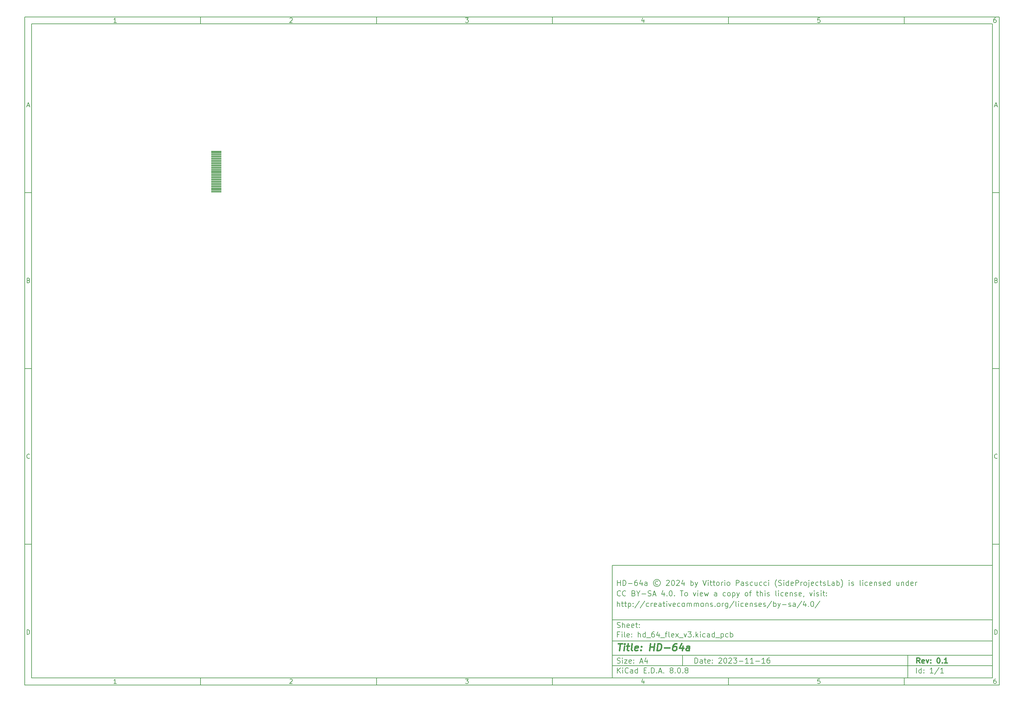
<source format=gbr>
%TF.GenerationSoftware,KiCad,Pcbnew,8.0.8*%
%TF.CreationDate,2025-03-17T16:40:44+01:00*%
%TF.ProjectId,hd_64_flex_v3,68645f36-345f-4666-9c65-785f76332e6b,0.1*%
%TF.SameCoordinates,PXd801da0PY3c45b00*%
%TF.FileFunction,Paste,Bot*%
%TF.FilePolarity,Positive*%
%FSLAX46Y46*%
G04 Gerber Fmt 4.6, Leading zero omitted, Abs format (unit mm)*
G04 Created by KiCad (PCBNEW 8.0.8) date 2025-03-17 16:40:44*
%MOMM*%
%LPD*%
G01*
G04 APERTURE LIST*
%ADD10C,0.100000*%
%ADD11C,0.150000*%
%ADD12C,0.300000*%
%ADD13C,0.400000*%
%ADD14R,3.000000X0.300000*%
G04 APERTURE END LIST*
D10*
D11*
X-49497800Y-102807200D02*
X58502200Y-102807200D01*
X58502200Y-134807200D01*
X-49497800Y-134807200D01*
X-49497800Y-102807200D01*
D10*
D11*
X-216500000Y53200000D02*
X60502200Y53200000D01*
X60502200Y-136807200D01*
X-216500000Y-136807200D01*
X-216500000Y53200000D01*
D10*
D11*
X-214500000Y51200000D02*
X58502200Y51200000D01*
X58502200Y-134807200D01*
X-214500000Y-134807200D01*
X-214500000Y51200000D01*
D10*
D11*
X-166500000Y51200000D02*
X-166500000Y53200000D01*
D10*
D11*
X-116500000Y51200000D02*
X-116500000Y53200000D01*
D10*
D11*
X-66500000Y51200000D02*
X-66500000Y53200000D01*
D10*
D11*
X-16500000Y51200000D02*
X-16500000Y53200000D01*
D10*
D11*
X33500000Y51200000D02*
X33500000Y53200000D01*
D10*
D11*
X-190410840Y51606396D02*
X-191153697Y51606396D01*
X-190782269Y51606396D02*
X-190782269Y52906396D01*
X-190782269Y52906396D02*
X-190906078Y52720681D01*
X-190906078Y52720681D02*
X-191029888Y52596872D01*
X-191029888Y52596872D02*
X-191153697Y52534967D01*
D10*
D11*
X-141153697Y52782586D02*
X-141091793Y52844491D01*
X-141091793Y52844491D02*
X-140967983Y52906396D01*
X-140967983Y52906396D02*
X-140658459Y52906396D01*
X-140658459Y52906396D02*
X-140534650Y52844491D01*
X-140534650Y52844491D02*
X-140472745Y52782586D01*
X-140472745Y52782586D02*
X-140410840Y52658777D01*
X-140410840Y52658777D02*
X-140410840Y52534967D01*
X-140410840Y52534967D02*
X-140472745Y52349253D01*
X-140472745Y52349253D02*
X-141215602Y51606396D01*
X-141215602Y51606396D02*
X-140410840Y51606396D01*
D10*
D11*
X-91215602Y52906396D02*
X-90410840Y52906396D01*
X-90410840Y52906396D02*
X-90844174Y52411158D01*
X-90844174Y52411158D02*
X-90658459Y52411158D01*
X-90658459Y52411158D02*
X-90534650Y52349253D01*
X-90534650Y52349253D02*
X-90472745Y52287348D01*
X-90472745Y52287348D02*
X-90410840Y52163539D01*
X-90410840Y52163539D02*
X-90410840Y51854015D01*
X-90410840Y51854015D02*
X-90472745Y51730205D01*
X-90472745Y51730205D02*
X-90534650Y51668300D01*
X-90534650Y51668300D02*
X-90658459Y51606396D01*
X-90658459Y51606396D02*
X-91029888Y51606396D01*
X-91029888Y51606396D02*
X-91153697Y51668300D01*
X-91153697Y51668300D02*
X-91215602Y51730205D01*
D10*
D11*
X-40534650Y52473062D02*
X-40534650Y51606396D01*
X-40844174Y52968300D02*
X-41153697Y52039729D01*
X-41153697Y52039729D02*
X-40348936Y52039729D01*
D10*
D11*
X9527255Y52906396D02*
X8908207Y52906396D01*
X8908207Y52906396D02*
X8846303Y52287348D01*
X8846303Y52287348D02*
X8908207Y52349253D01*
X8908207Y52349253D02*
X9032017Y52411158D01*
X9032017Y52411158D02*
X9341541Y52411158D01*
X9341541Y52411158D02*
X9465350Y52349253D01*
X9465350Y52349253D02*
X9527255Y52287348D01*
X9527255Y52287348D02*
X9589160Y52163539D01*
X9589160Y52163539D02*
X9589160Y51854015D01*
X9589160Y51854015D02*
X9527255Y51730205D01*
X9527255Y51730205D02*
X9465350Y51668300D01*
X9465350Y51668300D02*
X9341541Y51606396D01*
X9341541Y51606396D02*
X9032017Y51606396D01*
X9032017Y51606396D02*
X8908207Y51668300D01*
X8908207Y51668300D02*
X8846303Y51730205D01*
D10*
D11*
X59465350Y52906396D02*
X59217731Y52906396D01*
X59217731Y52906396D02*
X59093922Y52844491D01*
X59093922Y52844491D02*
X59032017Y52782586D01*
X59032017Y52782586D02*
X58908207Y52596872D01*
X58908207Y52596872D02*
X58846303Y52349253D01*
X58846303Y52349253D02*
X58846303Y51854015D01*
X58846303Y51854015D02*
X58908207Y51730205D01*
X58908207Y51730205D02*
X58970112Y51668300D01*
X58970112Y51668300D02*
X59093922Y51606396D01*
X59093922Y51606396D02*
X59341541Y51606396D01*
X59341541Y51606396D02*
X59465350Y51668300D01*
X59465350Y51668300D02*
X59527255Y51730205D01*
X59527255Y51730205D02*
X59589160Y51854015D01*
X59589160Y51854015D02*
X59589160Y52163539D01*
X59589160Y52163539D02*
X59527255Y52287348D01*
X59527255Y52287348D02*
X59465350Y52349253D01*
X59465350Y52349253D02*
X59341541Y52411158D01*
X59341541Y52411158D02*
X59093922Y52411158D01*
X59093922Y52411158D02*
X58970112Y52349253D01*
X58970112Y52349253D02*
X58908207Y52287348D01*
X58908207Y52287348D02*
X58846303Y52163539D01*
D10*
D11*
X-166500000Y-134807200D02*
X-166500000Y-136807200D01*
D10*
D11*
X-116500000Y-134807200D02*
X-116500000Y-136807200D01*
D10*
D11*
X-66500000Y-134807200D02*
X-66500000Y-136807200D01*
D10*
D11*
X-16500000Y-134807200D02*
X-16500000Y-136807200D01*
D10*
D11*
X33500000Y-134807200D02*
X33500000Y-136807200D01*
D10*
D11*
X-190410840Y-136400804D02*
X-191153697Y-136400804D01*
X-190782269Y-136400804D02*
X-190782269Y-135100804D01*
X-190782269Y-135100804D02*
X-190906078Y-135286519D01*
X-190906078Y-135286519D02*
X-191029888Y-135410328D01*
X-191029888Y-135410328D02*
X-191153697Y-135472233D01*
D10*
D11*
X-141153697Y-135224614D02*
X-141091793Y-135162709D01*
X-141091793Y-135162709D02*
X-140967983Y-135100804D01*
X-140967983Y-135100804D02*
X-140658459Y-135100804D01*
X-140658459Y-135100804D02*
X-140534650Y-135162709D01*
X-140534650Y-135162709D02*
X-140472745Y-135224614D01*
X-140472745Y-135224614D02*
X-140410840Y-135348423D01*
X-140410840Y-135348423D02*
X-140410840Y-135472233D01*
X-140410840Y-135472233D02*
X-140472745Y-135657947D01*
X-140472745Y-135657947D02*
X-141215602Y-136400804D01*
X-141215602Y-136400804D02*
X-140410840Y-136400804D01*
D10*
D11*
X-91215602Y-135100804D02*
X-90410840Y-135100804D01*
X-90410840Y-135100804D02*
X-90844174Y-135596042D01*
X-90844174Y-135596042D02*
X-90658459Y-135596042D01*
X-90658459Y-135596042D02*
X-90534650Y-135657947D01*
X-90534650Y-135657947D02*
X-90472745Y-135719852D01*
X-90472745Y-135719852D02*
X-90410840Y-135843661D01*
X-90410840Y-135843661D02*
X-90410840Y-136153185D01*
X-90410840Y-136153185D02*
X-90472745Y-136276995D01*
X-90472745Y-136276995D02*
X-90534650Y-136338900D01*
X-90534650Y-136338900D02*
X-90658459Y-136400804D01*
X-90658459Y-136400804D02*
X-91029888Y-136400804D01*
X-91029888Y-136400804D02*
X-91153697Y-136338900D01*
X-91153697Y-136338900D02*
X-91215602Y-136276995D01*
D10*
D11*
X-40534650Y-135534138D02*
X-40534650Y-136400804D01*
X-40844174Y-135038900D02*
X-41153697Y-135967471D01*
X-41153697Y-135967471D02*
X-40348936Y-135967471D01*
D10*
D11*
X9527255Y-135100804D02*
X8908207Y-135100804D01*
X8908207Y-135100804D02*
X8846303Y-135719852D01*
X8846303Y-135719852D02*
X8908207Y-135657947D01*
X8908207Y-135657947D02*
X9032017Y-135596042D01*
X9032017Y-135596042D02*
X9341541Y-135596042D01*
X9341541Y-135596042D02*
X9465350Y-135657947D01*
X9465350Y-135657947D02*
X9527255Y-135719852D01*
X9527255Y-135719852D02*
X9589160Y-135843661D01*
X9589160Y-135843661D02*
X9589160Y-136153185D01*
X9589160Y-136153185D02*
X9527255Y-136276995D01*
X9527255Y-136276995D02*
X9465350Y-136338900D01*
X9465350Y-136338900D02*
X9341541Y-136400804D01*
X9341541Y-136400804D02*
X9032017Y-136400804D01*
X9032017Y-136400804D02*
X8908207Y-136338900D01*
X8908207Y-136338900D02*
X8846303Y-136276995D01*
D10*
D11*
X59465350Y-135100804D02*
X59217731Y-135100804D01*
X59217731Y-135100804D02*
X59093922Y-135162709D01*
X59093922Y-135162709D02*
X59032017Y-135224614D01*
X59032017Y-135224614D02*
X58908207Y-135410328D01*
X58908207Y-135410328D02*
X58846303Y-135657947D01*
X58846303Y-135657947D02*
X58846303Y-136153185D01*
X58846303Y-136153185D02*
X58908207Y-136276995D01*
X58908207Y-136276995D02*
X58970112Y-136338900D01*
X58970112Y-136338900D02*
X59093922Y-136400804D01*
X59093922Y-136400804D02*
X59341541Y-136400804D01*
X59341541Y-136400804D02*
X59465350Y-136338900D01*
X59465350Y-136338900D02*
X59527255Y-136276995D01*
X59527255Y-136276995D02*
X59589160Y-136153185D01*
X59589160Y-136153185D02*
X59589160Y-135843661D01*
X59589160Y-135843661D02*
X59527255Y-135719852D01*
X59527255Y-135719852D02*
X59465350Y-135657947D01*
X59465350Y-135657947D02*
X59341541Y-135596042D01*
X59341541Y-135596042D02*
X59093922Y-135596042D01*
X59093922Y-135596042D02*
X58970112Y-135657947D01*
X58970112Y-135657947D02*
X58908207Y-135719852D01*
X58908207Y-135719852D02*
X58846303Y-135843661D01*
D10*
D11*
X-216500000Y3200000D02*
X-214500000Y3200000D01*
D10*
D11*
X-216500000Y-46800000D02*
X-214500000Y-46800000D01*
D10*
D11*
X-216500000Y-96800000D02*
X-214500000Y-96800000D01*
D10*
D11*
X-215809524Y27977824D02*
X-215190477Y27977824D01*
X-215933334Y27606396D02*
X-215500001Y28906396D01*
X-215500001Y28906396D02*
X-215066667Y27606396D01*
D10*
D11*
X-215407143Y-21712652D02*
X-215221429Y-21774557D01*
X-215221429Y-21774557D02*
X-215159524Y-21836461D01*
X-215159524Y-21836461D02*
X-215097620Y-21960271D01*
X-215097620Y-21960271D02*
X-215097620Y-22145985D01*
X-215097620Y-22145985D02*
X-215159524Y-22269795D01*
X-215159524Y-22269795D02*
X-215221429Y-22331700D01*
X-215221429Y-22331700D02*
X-215345239Y-22393604D01*
X-215345239Y-22393604D02*
X-215840477Y-22393604D01*
X-215840477Y-22393604D02*
X-215840477Y-21093604D01*
X-215840477Y-21093604D02*
X-215407143Y-21093604D01*
X-215407143Y-21093604D02*
X-215283334Y-21155509D01*
X-215283334Y-21155509D02*
X-215221429Y-21217414D01*
X-215221429Y-21217414D02*
X-215159524Y-21341223D01*
X-215159524Y-21341223D02*
X-215159524Y-21465033D01*
X-215159524Y-21465033D02*
X-215221429Y-21588842D01*
X-215221429Y-21588842D02*
X-215283334Y-21650747D01*
X-215283334Y-21650747D02*
X-215407143Y-21712652D01*
X-215407143Y-21712652D02*
X-215840477Y-21712652D01*
D10*
D11*
X-215097620Y-72269795D02*
X-215159524Y-72331700D01*
X-215159524Y-72331700D02*
X-215345239Y-72393604D01*
X-215345239Y-72393604D02*
X-215469048Y-72393604D01*
X-215469048Y-72393604D02*
X-215654762Y-72331700D01*
X-215654762Y-72331700D02*
X-215778572Y-72207890D01*
X-215778572Y-72207890D02*
X-215840477Y-72084080D01*
X-215840477Y-72084080D02*
X-215902381Y-71836461D01*
X-215902381Y-71836461D02*
X-215902381Y-71650747D01*
X-215902381Y-71650747D02*
X-215840477Y-71403128D01*
X-215840477Y-71403128D02*
X-215778572Y-71279319D01*
X-215778572Y-71279319D02*
X-215654762Y-71155509D01*
X-215654762Y-71155509D02*
X-215469048Y-71093604D01*
X-215469048Y-71093604D02*
X-215345239Y-71093604D01*
X-215345239Y-71093604D02*
X-215159524Y-71155509D01*
X-215159524Y-71155509D02*
X-215097620Y-71217414D01*
D10*
D11*
X-215840477Y-122393604D02*
X-215840477Y-121093604D01*
X-215840477Y-121093604D02*
X-215530953Y-121093604D01*
X-215530953Y-121093604D02*
X-215345239Y-121155509D01*
X-215345239Y-121155509D02*
X-215221429Y-121279319D01*
X-215221429Y-121279319D02*
X-215159524Y-121403128D01*
X-215159524Y-121403128D02*
X-215097620Y-121650747D01*
X-215097620Y-121650747D02*
X-215097620Y-121836461D01*
X-215097620Y-121836461D02*
X-215159524Y-122084080D01*
X-215159524Y-122084080D02*
X-215221429Y-122207890D01*
X-215221429Y-122207890D02*
X-215345239Y-122331700D01*
X-215345239Y-122331700D02*
X-215530953Y-122393604D01*
X-215530953Y-122393604D02*
X-215840477Y-122393604D01*
D10*
D11*
X60502200Y3200000D02*
X58502200Y3200000D01*
D10*
D11*
X60502200Y-46800000D02*
X58502200Y-46800000D01*
D10*
D11*
X60502200Y-96800000D02*
X58502200Y-96800000D01*
D10*
D11*
X59192676Y27977824D02*
X59811723Y27977824D01*
X59068866Y27606396D02*
X59502199Y28906396D01*
X59502199Y28906396D02*
X59935533Y27606396D01*
D10*
D11*
X59595057Y-21712652D02*
X59780771Y-21774557D01*
X59780771Y-21774557D02*
X59842676Y-21836461D01*
X59842676Y-21836461D02*
X59904580Y-21960271D01*
X59904580Y-21960271D02*
X59904580Y-22145985D01*
X59904580Y-22145985D02*
X59842676Y-22269795D01*
X59842676Y-22269795D02*
X59780771Y-22331700D01*
X59780771Y-22331700D02*
X59656961Y-22393604D01*
X59656961Y-22393604D02*
X59161723Y-22393604D01*
X59161723Y-22393604D02*
X59161723Y-21093604D01*
X59161723Y-21093604D02*
X59595057Y-21093604D01*
X59595057Y-21093604D02*
X59718866Y-21155509D01*
X59718866Y-21155509D02*
X59780771Y-21217414D01*
X59780771Y-21217414D02*
X59842676Y-21341223D01*
X59842676Y-21341223D02*
X59842676Y-21465033D01*
X59842676Y-21465033D02*
X59780771Y-21588842D01*
X59780771Y-21588842D02*
X59718866Y-21650747D01*
X59718866Y-21650747D02*
X59595057Y-21712652D01*
X59595057Y-21712652D02*
X59161723Y-21712652D01*
D10*
D11*
X59904580Y-72269795D02*
X59842676Y-72331700D01*
X59842676Y-72331700D02*
X59656961Y-72393604D01*
X59656961Y-72393604D02*
X59533152Y-72393604D01*
X59533152Y-72393604D02*
X59347438Y-72331700D01*
X59347438Y-72331700D02*
X59223628Y-72207890D01*
X59223628Y-72207890D02*
X59161723Y-72084080D01*
X59161723Y-72084080D02*
X59099819Y-71836461D01*
X59099819Y-71836461D02*
X59099819Y-71650747D01*
X59099819Y-71650747D02*
X59161723Y-71403128D01*
X59161723Y-71403128D02*
X59223628Y-71279319D01*
X59223628Y-71279319D02*
X59347438Y-71155509D01*
X59347438Y-71155509D02*
X59533152Y-71093604D01*
X59533152Y-71093604D02*
X59656961Y-71093604D01*
X59656961Y-71093604D02*
X59842676Y-71155509D01*
X59842676Y-71155509D02*
X59904580Y-71217414D01*
D10*
D11*
X59161723Y-122393604D02*
X59161723Y-121093604D01*
X59161723Y-121093604D02*
X59471247Y-121093604D01*
X59471247Y-121093604D02*
X59656961Y-121155509D01*
X59656961Y-121155509D02*
X59780771Y-121279319D01*
X59780771Y-121279319D02*
X59842676Y-121403128D01*
X59842676Y-121403128D02*
X59904580Y-121650747D01*
X59904580Y-121650747D02*
X59904580Y-121836461D01*
X59904580Y-121836461D02*
X59842676Y-122084080D01*
X59842676Y-122084080D02*
X59780771Y-122207890D01*
X59780771Y-122207890D02*
X59656961Y-122331700D01*
X59656961Y-122331700D02*
X59471247Y-122393604D01*
X59471247Y-122393604D02*
X59161723Y-122393604D01*
D10*
D11*
X-26041974Y-130593328D02*
X-26041974Y-129093328D01*
X-26041974Y-129093328D02*
X-25684831Y-129093328D01*
X-25684831Y-129093328D02*
X-25470545Y-129164757D01*
X-25470545Y-129164757D02*
X-25327688Y-129307614D01*
X-25327688Y-129307614D02*
X-25256259Y-129450471D01*
X-25256259Y-129450471D02*
X-25184831Y-129736185D01*
X-25184831Y-129736185D02*
X-25184831Y-129950471D01*
X-25184831Y-129950471D02*
X-25256259Y-130236185D01*
X-25256259Y-130236185D02*
X-25327688Y-130379042D01*
X-25327688Y-130379042D02*
X-25470545Y-130521900D01*
X-25470545Y-130521900D02*
X-25684831Y-130593328D01*
X-25684831Y-130593328D02*
X-26041974Y-130593328D01*
X-23899116Y-130593328D02*
X-23899116Y-129807614D01*
X-23899116Y-129807614D02*
X-23970545Y-129664757D01*
X-23970545Y-129664757D02*
X-24113402Y-129593328D01*
X-24113402Y-129593328D02*
X-24399116Y-129593328D01*
X-24399116Y-129593328D02*
X-24541974Y-129664757D01*
X-23899116Y-130521900D02*
X-24041974Y-130593328D01*
X-24041974Y-130593328D02*
X-24399116Y-130593328D01*
X-24399116Y-130593328D02*
X-24541974Y-130521900D01*
X-24541974Y-130521900D02*
X-24613402Y-130379042D01*
X-24613402Y-130379042D02*
X-24613402Y-130236185D01*
X-24613402Y-130236185D02*
X-24541974Y-130093328D01*
X-24541974Y-130093328D02*
X-24399116Y-130021900D01*
X-24399116Y-130021900D02*
X-24041974Y-130021900D01*
X-24041974Y-130021900D02*
X-23899116Y-129950471D01*
X-23399116Y-129593328D02*
X-22827688Y-129593328D01*
X-23184831Y-129093328D02*
X-23184831Y-130379042D01*
X-23184831Y-130379042D02*
X-23113402Y-130521900D01*
X-23113402Y-130521900D02*
X-22970545Y-130593328D01*
X-22970545Y-130593328D02*
X-22827688Y-130593328D01*
X-21756259Y-130521900D02*
X-21899116Y-130593328D01*
X-21899116Y-130593328D02*
X-22184830Y-130593328D01*
X-22184830Y-130593328D02*
X-22327688Y-130521900D01*
X-22327688Y-130521900D02*
X-22399116Y-130379042D01*
X-22399116Y-130379042D02*
X-22399116Y-129807614D01*
X-22399116Y-129807614D02*
X-22327688Y-129664757D01*
X-22327688Y-129664757D02*
X-22184830Y-129593328D01*
X-22184830Y-129593328D02*
X-21899116Y-129593328D01*
X-21899116Y-129593328D02*
X-21756259Y-129664757D01*
X-21756259Y-129664757D02*
X-21684830Y-129807614D01*
X-21684830Y-129807614D02*
X-21684830Y-129950471D01*
X-21684830Y-129950471D02*
X-22399116Y-130093328D01*
X-21041974Y-130450471D02*
X-20970545Y-130521900D01*
X-20970545Y-130521900D02*
X-21041974Y-130593328D01*
X-21041974Y-130593328D02*
X-21113402Y-130521900D01*
X-21113402Y-130521900D02*
X-21041974Y-130450471D01*
X-21041974Y-130450471D02*
X-21041974Y-130593328D01*
X-21041974Y-129664757D02*
X-20970545Y-129736185D01*
X-20970545Y-129736185D02*
X-21041974Y-129807614D01*
X-21041974Y-129807614D02*
X-21113402Y-129736185D01*
X-21113402Y-129736185D02*
X-21041974Y-129664757D01*
X-21041974Y-129664757D02*
X-21041974Y-129807614D01*
X-19256259Y-129236185D02*
X-19184831Y-129164757D01*
X-19184831Y-129164757D02*
X-19041973Y-129093328D01*
X-19041973Y-129093328D02*
X-18684831Y-129093328D01*
X-18684831Y-129093328D02*
X-18541973Y-129164757D01*
X-18541973Y-129164757D02*
X-18470545Y-129236185D01*
X-18470545Y-129236185D02*
X-18399116Y-129379042D01*
X-18399116Y-129379042D02*
X-18399116Y-129521900D01*
X-18399116Y-129521900D02*
X-18470545Y-129736185D01*
X-18470545Y-129736185D02*
X-19327688Y-130593328D01*
X-19327688Y-130593328D02*
X-18399116Y-130593328D01*
X-17470545Y-129093328D02*
X-17327688Y-129093328D01*
X-17327688Y-129093328D02*
X-17184831Y-129164757D01*
X-17184831Y-129164757D02*
X-17113402Y-129236185D01*
X-17113402Y-129236185D02*
X-17041974Y-129379042D01*
X-17041974Y-129379042D02*
X-16970545Y-129664757D01*
X-16970545Y-129664757D02*
X-16970545Y-130021900D01*
X-16970545Y-130021900D02*
X-17041974Y-130307614D01*
X-17041974Y-130307614D02*
X-17113402Y-130450471D01*
X-17113402Y-130450471D02*
X-17184831Y-130521900D01*
X-17184831Y-130521900D02*
X-17327688Y-130593328D01*
X-17327688Y-130593328D02*
X-17470545Y-130593328D01*
X-17470545Y-130593328D02*
X-17613402Y-130521900D01*
X-17613402Y-130521900D02*
X-17684831Y-130450471D01*
X-17684831Y-130450471D02*
X-17756260Y-130307614D01*
X-17756260Y-130307614D02*
X-17827688Y-130021900D01*
X-17827688Y-130021900D02*
X-17827688Y-129664757D01*
X-17827688Y-129664757D02*
X-17756260Y-129379042D01*
X-17756260Y-129379042D02*
X-17684831Y-129236185D01*
X-17684831Y-129236185D02*
X-17613402Y-129164757D01*
X-17613402Y-129164757D02*
X-17470545Y-129093328D01*
X-16399117Y-129236185D02*
X-16327689Y-129164757D01*
X-16327689Y-129164757D02*
X-16184831Y-129093328D01*
X-16184831Y-129093328D02*
X-15827689Y-129093328D01*
X-15827689Y-129093328D02*
X-15684831Y-129164757D01*
X-15684831Y-129164757D02*
X-15613403Y-129236185D01*
X-15613403Y-129236185D02*
X-15541974Y-129379042D01*
X-15541974Y-129379042D02*
X-15541974Y-129521900D01*
X-15541974Y-129521900D02*
X-15613403Y-129736185D01*
X-15613403Y-129736185D02*
X-16470546Y-130593328D01*
X-16470546Y-130593328D02*
X-15541974Y-130593328D01*
X-15041975Y-129093328D02*
X-14113403Y-129093328D01*
X-14113403Y-129093328D02*
X-14613403Y-129664757D01*
X-14613403Y-129664757D02*
X-14399118Y-129664757D01*
X-14399118Y-129664757D02*
X-14256260Y-129736185D01*
X-14256260Y-129736185D02*
X-14184832Y-129807614D01*
X-14184832Y-129807614D02*
X-14113403Y-129950471D01*
X-14113403Y-129950471D02*
X-14113403Y-130307614D01*
X-14113403Y-130307614D02*
X-14184832Y-130450471D01*
X-14184832Y-130450471D02*
X-14256260Y-130521900D01*
X-14256260Y-130521900D02*
X-14399118Y-130593328D01*
X-14399118Y-130593328D02*
X-14827689Y-130593328D01*
X-14827689Y-130593328D02*
X-14970546Y-130521900D01*
X-14970546Y-130521900D02*
X-15041975Y-130450471D01*
X-13470547Y-130021900D02*
X-12327689Y-130021900D01*
X-10827689Y-130593328D02*
X-11684832Y-130593328D01*
X-11256261Y-130593328D02*
X-11256261Y-129093328D01*
X-11256261Y-129093328D02*
X-11399118Y-129307614D01*
X-11399118Y-129307614D02*
X-11541975Y-129450471D01*
X-11541975Y-129450471D02*
X-11684832Y-129521900D01*
X-9399118Y-130593328D02*
X-10256261Y-130593328D01*
X-9827690Y-130593328D02*
X-9827690Y-129093328D01*
X-9827690Y-129093328D02*
X-9970547Y-129307614D01*
X-9970547Y-129307614D02*
X-10113404Y-129450471D01*
X-10113404Y-129450471D02*
X-10256261Y-129521900D01*
X-8756262Y-130021900D02*
X-7613404Y-130021900D01*
X-6113404Y-130593328D02*
X-6970547Y-130593328D01*
X-6541976Y-130593328D02*
X-6541976Y-129093328D01*
X-6541976Y-129093328D02*
X-6684833Y-129307614D01*
X-6684833Y-129307614D02*
X-6827690Y-129450471D01*
X-6827690Y-129450471D02*
X-6970547Y-129521900D01*
X-4827690Y-129093328D02*
X-5113405Y-129093328D01*
X-5113405Y-129093328D02*
X-5256262Y-129164757D01*
X-5256262Y-129164757D02*
X-5327690Y-129236185D01*
X-5327690Y-129236185D02*
X-5470548Y-129450471D01*
X-5470548Y-129450471D02*
X-5541976Y-129736185D01*
X-5541976Y-129736185D02*
X-5541976Y-130307614D01*
X-5541976Y-130307614D02*
X-5470548Y-130450471D01*
X-5470548Y-130450471D02*
X-5399119Y-130521900D01*
X-5399119Y-130521900D02*
X-5256262Y-130593328D01*
X-5256262Y-130593328D02*
X-4970548Y-130593328D01*
X-4970548Y-130593328D02*
X-4827690Y-130521900D01*
X-4827690Y-130521900D02*
X-4756262Y-130450471D01*
X-4756262Y-130450471D02*
X-4684833Y-130307614D01*
X-4684833Y-130307614D02*
X-4684833Y-129950471D01*
X-4684833Y-129950471D02*
X-4756262Y-129807614D01*
X-4756262Y-129807614D02*
X-4827690Y-129736185D01*
X-4827690Y-129736185D02*
X-4970548Y-129664757D01*
X-4970548Y-129664757D02*
X-5256262Y-129664757D01*
X-5256262Y-129664757D02*
X-5399119Y-129736185D01*
X-5399119Y-129736185D02*
X-5470548Y-129807614D01*
X-5470548Y-129807614D02*
X-5541976Y-129950471D01*
D10*
D11*
X-49497800Y-131307200D02*
X58502200Y-131307200D01*
D10*
D11*
X-48041974Y-133393328D02*
X-48041974Y-131893328D01*
X-47184831Y-133393328D02*
X-47827688Y-132536185D01*
X-47184831Y-131893328D02*
X-48041974Y-132750471D01*
X-46541974Y-133393328D02*
X-46541974Y-132393328D01*
X-46541974Y-131893328D02*
X-46613402Y-131964757D01*
X-46613402Y-131964757D02*
X-46541974Y-132036185D01*
X-46541974Y-132036185D02*
X-46470545Y-131964757D01*
X-46470545Y-131964757D02*
X-46541974Y-131893328D01*
X-46541974Y-131893328D02*
X-46541974Y-132036185D01*
X-44970545Y-133250471D02*
X-45041973Y-133321900D01*
X-45041973Y-133321900D02*
X-45256259Y-133393328D01*
X-45256259Y-133393328D02*
X-45399116Y-133393328D01*
X-45399116Y-133393328D02*
X-45613402Y-133321900D01*
X-45613402Y-133321900D02*
X-45756259Y-133179042D01*
X-45756259Y-133179042D02*
X-45827688Y-133036185D01*
X-45827688Y-133036185D02*
X-45899116Y-132750471D01*
X-45899116Y-132750471D02*
X-45899116Y-132536185D01*
X-45899116Y-132536185D02*
X-45827688Y-132250471D01*
X-45827688Y-132250471D02*
X-45756259Y-132107614D01*
X-45756259Y-132107614D02*
X-45613402Y-131964757D01*
X-45613402Y-131964757D02*
X-45399116Y-131893328D01*
X-45399116Y-131893328D02*
X-45256259Y-131893328D01*
X-45256259Y-131893328D02*
X-45041973Y-131964757D01*
X-45041973Y-131964757D02*
X-44970545Y-132036185D01*
X-43684830Y-133393328D02*
X-43684830Y-132607614D01*
X-43684830Y-132607614D02*
X-43756259Y-132464757D01*
X-43756259Y-132464757D02*
X-43899116Y-132393328D01*
X-43899116Y-132393328D02*
X-44184830Y-132393328D01*
X-44184830Y-132393328D02*
X-44327688Y-132464757D01*
X-43684830Y-133321900D02*
X-43827688Y-133393328D01*
X-43827688Y-133393328D02*
X-44184830Y-133393328D01*
X-44184830Y-133393328D02*
X-44327688Y-133321900D01*
X-44327688Y-133321900D02*
X-44399116Y-133179042D01*
X-44399116Y-133179042D02*
X-44399116Y-133036185D01*
X-44399116Y-133036185D02*
X-44327688Y-132893328D01*
X-44327688Y-132893328D02*
X-44184830Y-132821900D01*
X-44184830Y-132821900D02*
X-43827688Y-132821900D01*
X-43827688Y-132821900D02*
X-43684830Y-132750471D01*
X-42327687Y-133393328D02*
X-42327687Y-131893328D01*
X-42327687Y-133321900D02*
X-42470545Y-133393328D01*
X-42470545Y-133393328D02*
X-42756259Y-133393328D01*
X-42756259Y-133393328D02*
X-42899116Y-133321900D01*
X-42899116Y-133321900D02*
X-42970545Y-133250471D01*
X-42970545Y-133250471D02*
X-43041973Y-133107614D01*
X-43041973Y-133107614D02*
X-43041973Y-132679042D01*
X-43041973Y-132679042D02*
X-42970545Y-132536185D01*
X-42970545Y-132536185D02*
X-42899116Y-132464757D01*
X-42899116Y-132464757D02*
X-42756259Y-132393328D01*
X-42756259Y-132393328D02*
X-42470545Y-132393328D01*
X-42470545Y-132393328D02*
X-42327687Y-132464757D01*
X-40470545Y-132607614D02*
X-39970545Y-132607614D01*
X-39756259Y-133393328D02*
X-40470545Y-133393328D01*
X-40470545Y-133393328D02*
X-40470545Y-131893328D01*
X-40470545Y-131893328D02*
X-39756259Y-131893328D01*
X-39113402Y-133250471D02*
X-39041973Y-133321900D01*
X-39041973Y-133321900D02*
X-39113402Y-133393328D01*
X-39113402Y-133393328D02*
X-39184830Y-133321900D01*
X-39184830Y-133321900D02*
X-39113402Y-133250471D01*
X-39113402Y-133250471D02*
X-39113402Y-133393328D01*
X-38399116Y-133393328D02*
X-38399116Y-131893328D01*
X-38399116Y-131893328D02*
X-38041973Y-131893328D01*
X-38041973Y-131893328D02*
X-37827687Y-131964757D01*
X-37827687Y-131964757D02*
X-37684830Y-132107614D01*
X-37684830Y-132107614D02*
X-37613401Y-132250471D01*
X-37613401Y-132250471D02*
X-37541973Y-132536185D01*
X-37541973Y-132536185D02*
X-37541973Y-132750471D01*
X-37541973Y-132750471D02*
X-37613401Y-133036185D01*
X-37613401Y-133036185D02*
X-37684830Y-133179042D01*
X-37684830Y-133179042D02*
X-37827687Y-133321900D01*
X-37827687Y-133321900D02*
X-38041973Y-133393328D01*
X-38041973Y-133393328D02*
X-38399116Y-133393328D01*
X-36899116Y-133250471D02*
X-36827687Y-133321900D01*
X-36827687Y-133321900D02*
X-36899116Y-133393328D01*
X-36899116Y-133393328D02*
X-36970544Y-133321900D01*
X-36970544Y-133321900D02*
X-36899116Y-133250471D01*
X-36899116Y-133250471D02*
X-36899116Y-133393328D01*
X-36256258Y-132964757D02*
X-35541972Y-132964757D01*
X-36399115Y-133393328D02*
X-35899115Y-131893328D01*
X-35899115Y-131893328D02*
X-35399115Y-133393328D01*
X-34899116Y-133250471D02*
X-34827687Y-133321900D01*
X-34827687Y-133321900D02*
X-34899116Y-133393328D01*
X-34899116Y-133393328D02*
X-34970544Y-133321900D01*
X-34970544Y-133321900D02*
X-34899116Y-133250471D01*
X-34899116Y-133250471D02*
X-34899116Y-133393328D01*
X-32827687Y-132536185D02*
X-32970544Y-132464757D01*
X-32970544Y-132464757D02*
X-33041973Y-132393328D01*
X-33041973Y-132393328D02*
X-33113401Y-132250471D01*
X-33113401Y-132250471D02*
X-33113401Y-132179042D01*
X-33113401Y-132179042D02*
X-33041973Y-132036185D01*
X-33041973Y-132036185D02*
X-32970544Y-131964757D01*
X-32970544Y-131964757D02*
X-32827687Y-131893328D01*
X-32827687Y-131893328D02*
X-32541973Y-131893328D01*
X-32541973Y-131893328D02*
X-32399115Y-131964757D01*
X-32399115Y-131964757D02*
X-32327687Y-132036185D01*
X-32327687Y-132036185D02*
X-32256258Y-132179042D01*
X-32256258Y-132179042D02*
X-32256258Y-132250471D01*
X-32256258Y-132250471D02*
X-32327687Y-132393328D01*
X-32327687Y-132393328D02*
X-32399115Y-132464757D01*
X-32399115Y-132464757D02*
X-32541973Y-132536185D01*
X-32541973Y-132536185D02*
X-32827687Y-132536185D01*
X-32827687Y-132536185D02*
X-32970544Y-132607614D01*
X-32970544Y-132607614D02*
X-33041973Y-132679042D01*
X-33041973Y-132679042D02*
X-33113401Y-132821900D01*
X-33113401Y-132821900D02*
X-33113401Y-133107614D01*
X-33113401Y-133107614D02*
X-33041973Y-133250471D01*
X-33041973Y-133250471D02*
X-32970544Y-133321900D01*
X-32970544Y-133321900D02*
X-32827687Y-133393328D01*
X-32827687Y-133393328D02*
X-32541973Y-133393328D01*
X-32541973Y-133393328D02*
X-32399115Y-133321900D01*
X-32399115Y-133321900D02*
X-32327687Y-133250471D01*
X-32327687Y-133250471D02*
X-32256258Y-133107614D01*
X-32256258Y-133107614D02*
X-32256258Y-132821900D01*
X-32256258Y-132821900D02*
X-32327687Y-132679042D01*
X-32327687Y-132679042D02*
X-32399115Y-132607614D01*
X-32399115Y-132607614D02*
X-32541973Y-132536185D01*
X-31613402Y-133250471D02*
X-31541973Y-133321900D01*
X-31541973Y-133321900D02*
X-31613402Y-133393328D01*
X-31613402Y-133393328D02*
X-31684830Y-133321900D01*
X-31684830Y-133321900D02*
X-31613402Y-133250471D01*
X-31613402Y-133250471D02*
X-31613402Y-133393328D01*
X-30613401Y-131893328D02*
X-30470544Y-131893328D01*
X-30470544Y-131893328D02*
X-30327687Y-131964757D01*
X-30327687Y-131964757D02*
X-30256258Y-132036185D01*
X-30256258Y-132036185D02*
X-30184830Y-132179042D01*
X-30184830Y-132179042D02*
X-30113401Y-132464757D01*
X-30113401Y-132464757D02*
X-30113401Y-132821900D01*
X-30113401Y-132821900D02*
X-30184830Y-133107614D01*
X-30184830Y-133107614D02*
X-30256258Y-133250471D01*
X-30256258Y-133250471D02*
X-30327687Y-133321900D01*
X-30327687Y-133321900D02*
X-30470544Y-133393328D01*
X-30470544Y-133393328D02*
X-30613401Y-133393328D01*
X-30613401Y-133393328D02*
X-30756258Y-133321900D01*
X-30756258Y-133321900D02*
X-30827687Y-133250471D01*
X-30827687Y-133250471D02*
X-30899116Y-133107614D01*
X-30899116Y-133107614D02*
X-30970544Y-132821900D01*
X-30970544Y-132821900D02*
X-30970544Y-132464757D01*
X-30970544Y-132464757D02*
X-30899116Y-132179042D01*
X-30899116Y-132179042D02*
X-30827687Y-132036185D01*
X-30827687Y-132036185D02*
X-30756258Y-131964757D01*
X-30756258Y-131964757D02*
X-30613401Y-131893328D01*
X-29470545Y-133250471D02*
X-29399116Y-133321900D01*
X-29399116Y-133321900D02*
X-29470545Y-133393328D01*
X-29470545Y-133393328D02*
X-29541973Y-133321900D01*
X-29541973Y-133321900D02*
X-29470545Y-133250471D01*
X-29470545Y-133250471D02*
X-29470545Y-133393328D01*
X-28541973Y-132536185D02*
X-28684830Y-132464757D01*
X-28684830Y-132464757D02*
X-28756259Y-132393328D01*
X-28756259Y-132393328D02*
X-28827687Y-132250471D01*
X-28827687Y-132250471D02*
X-28827687Y-132179042D01*
X-28827687Y-132179042D02*
X-28756259Y-132036185D01*
X-28756259Y-132036185D02*
X-28684830Y-131964757D01*
X-28684830Y-131964757D02*
X-28541973Y-131893328D01*
X-28541973Y-131893328D02*
X-28256259Y-131893328D01*
X-28256259Y-131893328D02*
X-28113401Y-131964757D01*
X-28113401Y-131964757D02*
X-28041973Y-132036185D01*
X-28041973Y-132036185D02*
X-27970544Y-132179042D01*
X-27970544Y-132179042D02*
X-27970544Y-132250471D01*
X-27970544Y-132250471D02*
X-28041973Y-132393328D01*
X-28041973Y-132393328D02*
X-28113401Y-132464757D01*
X-28113401Y-132464757D02*
X-28256259Y-132536185D01*
X-28256259Y-132536185D02*
X-28541973Y-132536185D01*
X-28541973Y-132536185D02*
X-28684830Y-132607614D01*
X-28684830Y-132607614D02*
X-28756259Y-132679042D01*
X-28756259Y-132679042D02*
X-28827687Y-132821900D01*
X-28827687Y-132821900D02*
X-28827687Y-133107614D01*
X-28827687Y-133107614D02*
X-28756259Y-133250471D01*
X-28756259Y-133250471D02*
X-28684830Y-133321900D01*
X-28684830Y-133321900D02*
X-28541973Y-133393328D01*
X-28541973Y-133393328D02*
X-28256259Y-133393328D01*
X-28256259Y-133393328D02*
X-28113401Y-133321900D01*
X-28113401Y-133321900D02*
X-28041973Y-133250471D01*
X-28041973Y-133250471D02*
X-27970544Y-133107614D01*
X-27970544Y-133107614D02*
X-27970544Y-132821900D01*
X-27970544Y-132821900D02*
X-28041973Y-132679042D01*
X-28041973Y-132679042D02*
X-28113401Y-132607614D01*
X-28113401Y-132607614D02*
X-28256259Y-132536185D01*
D10*
D11*
X-49497800Y-128307200D02*
X58502200Y-128307200D01*
D10*
D12*
X37913853Y-130585528D02*
X37413853Y-129871242D01*
X37056710Y-130585528D02*
X37056710Y-129085528D01*
X37056710Y-129085528D02*
X37628139Y-129085528D01*
X37628139Y-129085528D02*
X37770996Y-129156957D01*
X37770996Y-129156957D02*
X37842425Y-129228385D01*
X37842425Y-129228385D02*
X37913853Y-129371242D01*
X37913853Y-129371242D02*
X37913853Y-129585528D01*
X37913853Y-129585528D02*
X37842425Y-129728385D01*
X37842425Y-129728385D02*
X37770996Y-129799814D01*
X37770996Y-129799814D02*
X37628139Y-129871242D01*
X37628139Y-129871242D02*
X37056710Y-129871242D01*
X39128139Y-130514100D02*
X38985282Y-130585528D01*
X38985282Y-130585528D02*
X38699568Y-130585528D01*
X38699568Y-130585528D02*
X38556710Y-130514100D01*
X38556710Y-130514100D02*
X38485282Y-130371242D01*
X38485282Y-130371242D02*
X38485282Y-129799814D01*
X38485282Y-129799814D02*
X38556710Y-129656957D01*
X38556710Y-129656957D02*
X38699568Y-129585528D01*
X38699568Y-129585528D02*
X38985282Y-129585528D01*
X38985282Y-129585528D02*
X39128139Y-129656957D01*
X39128139Y-129656957D02*
X39199568Y-129799814D01*
X39199568Y-129799814D02*
X39199568Y-129942671D01*
X39199568Y-129942671D02*
X38485282Y-130085528D01*
X39699567Y-129585528D02*
X40056710Y-130585528D01*
X40056710Y-130585528D02*
X40413853Y-129585528D01*
X40985281Y-130442671D02*
X41056710Y-130514100D01*
X41056710Y-130514100D02*
X40985281Y-130585528D01*
X40985281Y-130585528D02*
X40913853Y-130514100D01*
X40913853Y-130514100D02*
X40985281Y-130442671D01*
X40985281Y-130442671D02*
X40985281Y-130585528D01*
X40985281Y-129656957D02*
X41056710Y-129728385D01*
X41056710Y-129728385D02*
X40985281Y-129799814D01*
X40985281Y-129799814D02*
X40913853Y-129728385D01*
X40913853Y-129728385D02*
X40985281Y-129656957D01*
X40985281Y-129656957D02*
X40985281Y-129799814D01*
X43128139Y-129085528D02*
X43270996Y-129085528D01*
X43270996Y-129085528D02*
X43413853Y-129156957D01*
X43413853Y-129156957D02*
X43485282Y-129228385D01*
X43485282Y-129228385D02*
X43556710Y-129371242D01*
X43556710Y-129371242D02*
X43628139Y-129656957D01*
X43628139Y-129656957D02*
X43628139Y-130014100D01*
X43628139Y-130014100D02*
X43556710Y-130299814D01*
X43556710Y-130299814D02*
X43485282Y-130442671D01*
X43485282Y-130442671D02*
X43413853Y-130514100D01*
X43413853Y-130514100D02*
X43270996Y-130585528D01*
X43270996Y-130585528D02*
X43128139Y-130585528D01*
X43128139Y-130585528D02*
X42985282Y-130514100D01*
X42985282Y-130514100D02*
X42913853Y-130442671D01*
X42913853Y-130442671D02*
X42842424Y-130299814D01*
X42842424Y-130299814D02*
X42770996Y-130014100D01*
X42770996Y-130014100D02*
X42770996Y-129656957D01*
X42770996Y-129656957D02*
X42842424Y-129371242D01*
X42842424Y-129371242D02*
X42913853Y-129228385D01*
X42913853Y-129228385D02*
X42985282Y-129156957D01*
X42985282Y-129156957D02*
X43128139Y-129085528D01*
X44270995Y-130442671D02*
X44342424Y-130514100D01*
X44342424Y-130514100D02*
X44270995Y-130585528D01*
X44270995Y-130585528D02*
X44199567Y-130514100D01*
X44199567Y-130514100D02*
X44270995Y-130442671D01*
X44270995Y-130442671D02*
X44270995Y-130585528D01*
X45770996Y-130585528D02*
X44913853Y-130585528D01*
X45342424Y-130585528D02*
X45342424Y-129085528D01*
X45342424Y-129085528D02*
X45199567Y-129299814D01*
X45199567Y-129299814D02*
X45056710Y-129442671D01*
X45056710Y-129442671D02*
X44913853Y-129514100D01*
D10*
D11*
X-48113402Y-130521900D02*
X-47899116Y-130593328D01*
X-47899116Y-130593328D02*
X-47541974Y-130593328D01*
X-47541974Y-130593328D02*
X-47399116Y-130521900D01*
X-47399116Y-130521900D02*
X-47327688Y-130450471D01*
X-47327688Y-130450471D02*
X-47256259Y-130307614D01*
X-47256259Y-130307614D02*
X-47256259Y-130164757D01*
X-47256259Y-130164757D02*
X-47327688Y-130021900D01*
X-47327688Y-130021900D02*
X-47399116Y-129950471D01*
X-47399116Y-129950471D02*
X-47541974Y-129879042D01*
X-47541974Y-129879042D02*
X-47827688Y-129807614D01*
X-47827688Y-129807614D02*
X-47970545Y-129736185D01*
X-47970545Y-129736185D02*
X-48041974Y-129664757D01*
X-48041974Y-129664757D02*
X-48113402Y-129521900D01*
X-48113402Y-129521900D02*
X-48113402Y-129379042D01*
X-48113402Y-129379042D02*
X-48041974Y-129236185D01*
X-48041974Y-129236185D02*
X-47970545Y-129164757D01*
X-47970545Y-129164757D02*
X-47827688Y-129093328D01*
X-47827688Y-129093328D02*
X-47470545Y-129093328D01*
X-47470545Y-129093328D02*
X-47256259Y-129164757D01*
X-46613403Y-130593328D02*
X-46613403Y-129593328D01*
X-46613403Y-129093328D02*
X-46684831Y-129164757D01*
X-46684831Y-129164757D02*
X-46613403Y-129236185D01*
X-46613403Y-129236185D02*
X-46541974Y-129164757D01*
X-46541974Y-129164757D02*
X-46613403Y-129093328D01*
X-46613403Y-129093328D02*
X-46613403Y-129236185D01*
X-46041974Y-129593328D02*
X-45256259Y-129593328D01*
X-45256259Y-129593328D02*
X-46041974Y-130593328D01*
X-46041974Y-130593328D02*
X-45256259Y-130593328D01*
X-44113402Y-130521900D02*
X-44256259Y-130593328D01*
X-44256259Y-130593328D02*
X-44541973Y-130593328D01*
X-44541973Y-130593328D02*
X-44684831Y-130521900D01*
X-44684831Y-130521900D02*
X-44756259Y-130379042D01*
X-44756259Y-130379042D02*
X-44756259Y-129807614D01*
X-44756259Y-129807614D02*
X-44684831Y-129664757D01*
X-44684831Y-129664757D02*
X-44541973Y-129593328D01*
X-44541973Y-129593328D02*
X-44256259Y-129593328D01*
X-44256259Y-129593328D02*
X-44113402Y-129664757D01*
X-44113402Y-129664757D02*
X-44041973Y-129807614D01*
X-44041973Y-129807614D02*
X-44041973Y-129950471D01*
X-44041973Y-129950471D02*
X-44756259Y-130093328D01*
X-43399117Y-130450471D02*
X-43327688Y-130521900D01*
X-43327688Y-130521900D02*
X-43399117Y-130593328D01*
X-43399117Y-130593328D02*
X-43470545Y-130521900D01*
X-43470545Y-130521900D02*
X-43399117Y-130450471D01*
X-43399117Y-130450471D02*
X-43399117Y-130593328D01*
X-43399117Y-129664757D02*
X-43327688Y-129736185D01*
X-43327688Y-129736185D02*
X-43399117Y-129807614D01*
X-43399117Y-129807614D02*
X-43470545Y-129736185D01*
X-43470545Y-129736185D02*
X-43399117Y-129664757D01*
X-43399117Y-129664757D02*
X-43399117Y-129807614D01*
X-41613402Y-130164757D02*
X-40899116Y-130164757D01*
X-41756259Y-130593328D02*
X-41256259Y-129093328D01*
X-41256259Y-129093328D02*
X-40756259Y-130593328D01*
X-39613402Y-129593328D02*
X-39613402Y-130593328D01*
X-39970545Y-129021900D02*
X-40327688Y-130093328D01*
X-40327688Y-130093328D02*
X-39399117Y-130093328D01*
D10*
D11*
X36958026Y-133393328D02*
X36958026Y-131893328D01*
X38315170Y-133393328D02*
X38315170Y-131893328D01*
X38315170Y-133321900D02*
X38172312Y-133393328D01*
X38172312Y-133393328D02*
X37886598Y-133393328D01*
X37886598Y-133393328D02*
X37743741Y-133321900D01*
X37743741Y-133321900D02*
X37672312Y-133250471D01*
X37672312Y-133250471D02*
X37600884Y-133107614D01*
X37600884Y-133107614D02*
X37600884Y-132679042D01*
X37600884Y-132679042D02*
X37672312Y-132536185D01*
X37672312Y-132536185D02*
X37743741Y-132464757D01*
X37743741Y-132464757D02*
X37886598Y-132393328D01*
X37886598Y-132393328D02*
X38172312Y-132393328D01*
X38172312Y-132393328D02*
X38315170Y-132464757D01*
X39029455Y-133250471D02*
X39100884Y-133321900D01*
X39100884Y-133321900D02*
X39029455Y-133393328D01*
X39029455Y-133393328D02*
X38958027Y-133321900D01*
X38958027Y-133321900D02*
X39029455Y-133250471D01*
X39029455Y-133250471D02*
X39029455Y-133393328D01*
X39029455Y-132464757D02*
X39100884Y-132536185D01*
X39100884Y-132536185D02*
X39029455Y-132607614D01*
X39029455Y-132607614D02*
X38958027Y-132536185D01*
X38958027Y-132536185D02*
X39029455Y-132464757D01*
X39029455Y-132464757D02*
X39029455Y-132607614D01*
X41672313Y-133393328D02*
X40815170Y-133393328D01*
X41243741Y-133393328D02*
X41243741Y-131893328D01*
X41243741Y-131893328D02*
X41100884Y-132107614D01*
X41100884Y-132107614D02*
X40958027Y-132250471D01*
X40958027Y-132250471D02*
X40815170Y-132321900D01*
X43386598Y-131821900D02*
X42100884Y-133750471D01*
X44672313Y-133393328D02*
X43815170Y-133393328D01*
X44243741Y-133393328D02*
X44243741Y-131893328D01*
X44243741Y-131893328D02*
X44100884Y-132107614D01*
X44100884Y-132107614D02*
X43958027Y-132250471D01*
X43958027Y-132250471D02*
X43815170Y-132321900D01*
D10*
D11*
X-49497800Y-124307200D02*
X58502200Y-124307200D01*
D10*
D13*
X-47806072Y-125011638D02*
X-46663215Y-125011638D01*
X-47484643Y-127011638D02*
X-47234643Y-125011638D01*
X-46246548Y-127011638D02*
X-46079881Y-125678304D01*
X-45996548Y-125011638D02*
X-46103691Y-125106876D01*
X-46103691Y-125106876D02*
X-46020357Y-125202114D01*
X-46020357Y-125202114D02*
X-45913214Y-125106876D01*
X-45913214Y-125106876D02*
X-45996548Y-125011638D01*
X-45996548Y-125011638D02*
X-46020357Y-125202114D01*
X-45413214Y-125678304D02*
X-44651310Y-125678304D01*
X-45044167Y-125011638D02*
X-45258452Y-126725923D01*
X-45258452Y-126725923D02*
X-45187024Y-126916400D01*
X-45187024Y-126916400D02*
X-45008452Y-127011638D01*
X-45008452Y-127011638D02*
X-44817976Y-127011638D01*
X-43865595Y-127011638D02*
X-44044167Y-126916400D01*
X-44044167Y-126916400D02*
X-44115595Y-126725923D01*
X-44115595Y-126725923D02*
X-43901310Y-125011638D01*
X-42329881Y-126916400D02*
X-42532262Y-127011638D01*
X-42532262Y-127011638D02*
X-42913215Y-127011638D01*
X-42913215Y-127011638D02*
X-43091786Y-126916400D01*
X-43091786Y-126916400D02*
X-43163215Y-126725923D01*
X-43163215Y-126725923D02*
X-43067976Y-125964019D01*
X-43067976Y-125964019D02*
X-42948929Y-125773542D01*
X-42948929Y-125773542D02*
X-42746548Y-125678304D01*
X-42746548Y-125678304D02*
X-42365596Y-125678304D01*
X-42365596Y-125678304D02*
X-42187024Y-125773542D01*
X-42187024Y-125773542D02*
X-42115596Y-125964019D01*
X-42115596Y-125964019D02*
X-42139405Y-126154495D01*
X-42139405Y-126154495D02*
X-43115596Y-126344971D01*
X-41365595Y-126821161D02*
X-41282262Y-126916400D01*
X-41282262Y-126916400D02*
X-41389405Y-127011638D01*
X-41389405Y-127011638D02*
X-41472738Y-126916400D01*
X-41472738Y-126916400D02*
X-41365595Y-126821161D01*
X-41365595Y-126821161D02*
X-41389405Y-127011638D01*
X-41234643Y-125773542D02*
X-41151310Y-125868780D01*
X-41151310Y-125868780D02*
X-41258452Y-125964019D01*
X-41258452Y-125964019D02*
X-41341786Y-125868780D01*
X-41341786Y-125868780D02*
X-41234643Y-125773542D01*
X-41234643Y-125773542D02*
X-41258452Y-125964019D01*
X-38913214Y-127011638D02*
X-38663214Y-125011638D01*
X-38782261Y-125964019D02*
X-37639404Y-125964019D01*
X-37770357Y-127011638D02*
X-37520357Y-125011638D01*
X-36817976Y-127011638D02*
X-36567976Y-125011638D01*
X-36567976Y-125011638D02*
X-36091785Y-125011638D01*
X-36091785Y-125011638D02*
X-35817976Y-125106876D01*
X-35817976Y-125106876D02*
X-35651309Y-125297352D01*
X-35651309Y-125297352D02*
X-35579881Y-125487828D01*
X-35579881Y-125487828D02*
X-35532261Y-125868780D01*
X-35532261Y-125868780D02*
X-35567976Y-126154495D01*
X-35567976Y-126154495D02*
X-35710833Y-126535447D01*
X-35710833Y-126535447D02*
X-35829881Y-126725923D01*
X-35829881Y-126725923D02*
X-36044166Y-126916400D01*
X-36044166Y-126916400D02*
X-36341785Y-127011638D01*
X-36341785Y-127011638D02*
X-36817976Y-127011638D01*
X-34722738Y-126249733D02*
X-33198928Y-126249733D01*
X-31234643Y-125011638D02*
X-31615595Y-125011638D01*
X-31615595Y-125011638D02*
X-31817976Y-125106876D01*
X-31817976Y-125106876D02*
X-31925119Y-125202114D01*
X-31925119Y-125202114D02*
X-32151310Y-125487828D01*
X-32151310Y-125487828D02*
X-32294167Y-125868780D01*
X-32294167Y-125868780D02*
X-32389405Y-126630685D01*
X-32389405Y-126630685D02*
X-32317976Y-126821161D01*
X-32317976Y-126821161D02*
X-32234643Y-126916400D01*
X-32234643Y-126916400D02*
X-32056071Y-127011638D01*
X-32056071Y-127011638D02*
X-31675119Y-127011638D01*
X-31675119Y-127011638D02*
X-31472738Y-126916400D01*
X-31472738Y-126916400D02*
X-31365595Y-126821161D01*
X-31365595Y-126821161D02*
X-31246548Y-126630685D01*
X-31246548Y-126630685D02*
X-31187024Y-126154495D01*
X-31187024Y-126154495D02*
X-31258452Y-125964019D01*
X-31258452Y-125964019D02*
X-31341786Y-125868780D01*
X-31341786Y-125868780D02*
X-31520357Y-125773542D01*
X-31520357Y-125773542D02*
X-31901310Y-125773542D01*
X-31901310Y-125773542D02*
X-32103691Y-125868780D01*
X-32103691Y-125868780D02*
X-32210833Y-125964019D01*
X-32210833Y-125964019D02*
X-32329881Y-126154495D01*
X-29413214Y-125678304D02*
X-29579881Y-127011638D01*
X-29794167Y-124916400D02*
X-30448929Y-126344971D01*
X-30448929Y-126344971D02*
X-29210833Y-126344971D01*
X-27675119Y-127011638D02*
X-27544167Y-125964019D01*
X-27544167Y-125964019D02*
X-27615595Y-125773542D01*
X-27615595Y-125773542D02*
X-27794167Y-125678304D01*
X-27794167Y-125678304D02*
X-28175119Y-125678304D01*
X-28175119Y-125678304D02*
X-28377500Y-125773542D01*
X-27663214Y-126916400D02*
X-27865595Y-127011638D01*
X-27865595Y-127011638D02*
X-28341786Y-127011638D01*
X-28341786Y-127011638D02*
X-28520357Y-126916400D01*
X-28520357Y-126916400D02*
X-28591786Y-126725923D01*
X-28591786Y-126725923D02*
X-28567976Y-126535447D01*
X-28567976Y-126535447D02*
X-28448928Y-126344971D01*
X-28448928Y-126344971D02*
X-28246547Y-126249733D01*
X-28246547Y-126249733D02*
X-27770357Y-126249733D01*
X-27770357Y-126249733D02*
X-27567976Y-126154495D01*
D10*
D11*
X-47541974Y-122407614D02*
X-48041974Y-122407614D01*
X-48041974Y-123193328D02*
X-48041974Y-121693328D01*
X-48041974Y-121693328D02*
X-47327688Y-121693328D01*
X-46756260Y-123193328D02*
X-46756260Y-122193328D01*
X-46756260Y-121693328D02*
X-46827688Y-121764757D01*
X-46827688Y-121764757D02*
X-46756260Y-121836185D01*
X-46756260Y-121836185D02*
X-46684831Y-121764757D01*
X-46684831Y-121764757D02*
X-46756260Y-121693328D01*
X-46756260Y-121693328D02*
X-46756260Y-121836185D01*
X-45827688Y-123193328D02*
X-45970545Y-123121900D01*
X-45970545Y-123121900D02*
X-46041974Y-122979042D01*
X-46041974Y-122979042D02*
X-46041974Y-121693328D01*
X-44684831Y-123121900D02*
X-44827688Y-123193328D01*
X-44827688Y-123193328D02*
X-45113402Y-123193328D01*
X-45113402Y-123193328D02*
X-45256260Y-123121900D01*
X-45256260Y-123121900D02*
X-45327688Y-122979042D01*
X-45327688Y-122979042D02*
X-45327688Y-122407614D01*
X-45327688Y-122407614D02*
X-45256260Y-122264757D01*
X-45256260Y-122264757D02*
X-45113402Y-122193328D01*
X-45113402Y-122193328D02*
X-44827688Y-122193328D01*
X-44827688Y-122193328D02*
X-44684831Y-122264757D01*
X-44684831Y-122264757D02*
X-44613402Y-122407614D01*
X-44613402Y-122407614D02*
X-44613402Y-122550471D01*
X-44613402Y-122550471D02*
X-45327688Y-122693328D01*
X-43970546Y-123050471D02*
X-43899117Y-123121900D01*
X-43899117Y-123121900D02*
X-43970546Y-123193328D01*
X-43970546Y-123193328D02*
X-44041974Y-123121900D01*
X-44041974Y-123121900D02*
X-43970546Y-123050471D01*
X-43970546Y-123050471D02*
X-43970546Y-123193328D01*
X-43970546Y-122264757D02*
X-43899117Y-122336185D01*
X-43899117Y-122336185D02*
X-43970546Y-122407614D01*
X-43970546Y-122407614D02*
X-44041974Y-122336185D01*
X-44041974Y-122336185D02*
X-43970546Y-122264757D01*
X-43970546Y-122264757D02*
X-43970546Y-122407614D01*
X-42113403Y-123193328D02*
X-42113403Y-121693328D01*
X-41470545Y-123193328D02*
X-41470545Y-122407614D01*
X-41470545Y-122407614D02*
X-41541974Y-122264757D01*
X-41541974Y-122264757D02*
X-41684831Y-122193328D01*
X-41684831Y-122193328D02*
X-41899117Y-122193328D01*
X-41899117Y-122193328D02*
X-42041974Y-122264757D01*
X-42041974Y-122264757D02*
X-42113403Y-122336185D01*
X-40113402Y-123193328D02*
X-40113402Y-121693328D01*
X-40113402Y-123121900D02*
X-40256260Y-123193328D01*
X-40256260Y-123193328D02*
X-40541974Y-123193328D01*
X-40541974Y-123193328D02*
X-40684831Y-123121900D01*
X-40684831Y-123121900D02*
X-40756260Y-123050471D01*
X-40756260Y-123050471D02*
X-40827688Y-122907614D01*
X-40827688Y-122907614D02*
X-40827688Y-122479042D01*
X-40827688Y-122479042D02*
X-40756260Y-122336185D01*
X-40756260Y-122336185D02*
X-40684831Y-122264757D01*
X-40684831Y-122264757D02*
X-40541974Y-122193328D01*
X-40541974Y-122193328D02*
X-40256260Y-122193328D01*
X-40256260Y-122193328D02*
X-40113402Y-122264757D01*
X-39756259Y-123336185D02*
X-38613402Y-123336185D01*
X-37613402Y-121693328D02*
X-37899117Y-121693328D01*
X-37899117Y-121693328D02*
X-38041974Y-121764757D01*
X-38041974Y-121764757D02*
X-38113402Y-121836185D01*
X-38113402Y-121836185D02*
X-38256260Y-122050471D01*
X-38256260Y-122050471D02*
X-38327688Y-122336185D01*
X-38327688Y-122336185D02*
X-38327688Y-122907614D01*
X-38327688Y-122907614D02*
X-38256260Y-123050471D01*
X-38256260Y-123050471D02*
X-38184831Y-123121900D01*
X-38184831Y-123121900D02*
X-38041974Y-123193328D01*
X-38041974Y-123193328D02*
X-37756260Y-123193328D01*
X-37756260Y-123193328D02*
X-37613402Y-123121900D01*
X-37613402Y-123121900D02*
X-37541974Y-123050471D01*
X-37541974Y-123050471D02*
X-37470545Y-122907614D01*
X-37470545Y-122907614D02*
X-37470545Y-122550471D01*
X-37470545Y-122550471D02*
X-37541974Y-122407614D01*
X-37541974Y-122407614D02*
X-37613402Y-122336185D01*
X-37613402Y-122336185D02*
X-37756260Y-122264757D01*
X-37756260Y-122264757D02*
X-38041974Y-122264757D01*
X-38041974Y-122264757D02*
X-38184831Y-122336185D01*
X-38184831Y-122336185D02*
X-38256260Y-122407614D01*
X-38256260Y-122407614D02*
X-38327688Y-122550471D01*
X-36184831Y-122193328D02*
X-36184831Y-123193328D01*
X-36541974Y-121621900D02*
X-36899117Y-122693328D01*
X-36899117Y-122693328D02*
X-35970546Y-122693328D01*
X-35756260Y-123336185D02*
X-34613403Y-123336185D01*
X-34470546Y-122193328D02*
X-33899118Y-122193328D01*
X-34256261Y-123193328D02*
X-34256261Y-121907614D01*
X-34256261Y-121907614D02*
X-34184832Y-121764757D01*
X-34184832Y-121764757D02*
X-34041975Y-121693328D01*
X-34041975Y-121693328D02*
X-33899118Y-121693328D01*
X-33184832Y-123193328D02*
X-33327689Y-123121900D01*
X-33327689Y-123121900D02*
X-33399118Y-122979042D01*
X-33399118Y-122979042D02*
X-33399118Y-121693328D01*
X-32041975Y-123121900D02*
X-32184832Y-123193328D01*
X-32184832Y-123193328D02*
X-32470546Y-123193328D01*
X-32470546Y-123193328D02*
X-32613404Y-123121900D01*
X-32613404Y-123121900D02*
X-32684832Y-122979042D01*
X-32684832Y-122979042D02*
X-32684832Y-122407614D01*
X-32684832Y-122407614D02*
X-32613404Y-122264757D01*
X-32613404Y-122264757D02*
X-32470546Y-122193328D01*
X-32470546Y-122193328D02*
X-32184832Y-122193328D01*
X-32184832Y-122193328D02*
X-32041975Y-122264757D01*
X-32041975Y-122264757D02*
X-31970546Y-122407614D01*
X-31970546Y-122407614D02*
X-31970546Y-122550471D01*
X-31970546Y-122550471D02*
X-32684832Y-122693328D01*
X-31470547Y-123193328D02*
X-30684832Y-122193328D01*
X-31470547Y-122193328D02*
X-30684832Y-123193328D01*
X-30470546Y-123336185D02*
X-29327689Y-123336185D01*
X-29113404Y-122193328D02*
X-28756261Y-123193328D01*
X-28756261Y-123193328D02*
X-28399118Y-122193328D01*
X-27970547Y-121693328D02*
X-27041975Y-121693328D01*
X-27041975Y-121693328D02*
X-27541975Y-122264757D01*
X-27541975Y-122264757D02*
X-27327690Y-122264757D01*
X-27327690Y-122264757D02*
X-27184832Y-122336185D01*
X-27184832Y-122336185D02*
X-27113404Y-122407614D01*
X-27113404Y-122407614D02*
X-27041975Y-122550471D01*
X-27041975Y-122550471D02*
X-27041975Y-122907614D01*
X-27041975Y-122907614D02*
X-27113404Y-123050471D01*
X-27113404Y-123050471D02*
X-27184832Y-123121900D01*
X-27184832Y-123121900D02*
X-27327690Y-123193328D01*
X-27327690Y-123193328D02*
X-27756261Y-123193328D01*
X-27756261Y-123193328D02*
X-27899118Y-123121900D01*
X-27899118Y-123121900D02*
X-27970547Y-123050471D01*
X-26399119Y-123050471D02*
X-26327690Y-123121900D01*
X-26327690Y-123121900D02*
X-26399119Y-123193328D01*
X-26399119Y-123193328D02*
X-26470547Y-123121900D01*
X-26470547Y-123121900D02*
X-26399119Y-123050471D01*
X-26399119Y-123050471D02*
X-26399119Y-123193328D01*
X-25684833Y-123193328D02*
X-25684833Y-121693328D01*
X-25541975Y-122621900D02*
X-25113404Y-123193328D01*
X-25113404Y-122193328D02*
X-25684833Y-122764757D01*
X-24470547Y-123193328D02*
X-24470547Y-122193328D01*
X-24470547Y-121693328D02*
X-24541975Y-121764757D01*
X-24541975Y-121764757D02*
X-24470547Y-121836185D01*
X-24470547Y-121836185D02*
X-24399118Y-121764757D01*
X-24399118Y-121764757D02*
X-24470547Y-121693328D01*
X-24470547Y-121693328D02*
X-24470547Y-121836185D01*
X-23113403Y-123121900D02*
X-23256261Y-123193328D01*
X-23256261Y-123193328D02*
X-23541975Y-123193328D01*
X-23541975Y-123193328D02*
X-23684832Y-123121900D01*
X-23684832Y-123121900D02*
X-23756261Y-123050471D01*
X-23756261Y-123050471D02*
X-23827689Y-122907614D01*
X-23827689Y-122907614D02*
X-23827689Y-122479042D01*
X-23827689Y-122479042D02*
X-23756261Y-122336185D01*
X-23756261Y-122336185D02*
X-23684832Y-122264757D01*
X-23684832Y-122264757D02*
X-23541975Y-122193328D01*
X-23541975Y-122193328D02*
X-23256261Y-122193328D01*
X-23256261Y-122193328D02*
X-23113403Y-122264757D01*
X-21827689Y-123193328D02*
X-21827689Y-122407614D01*
X-21827689Y-122407614D02*
X-21899118Y-122264757D01*
X-21899118Y-122264757D02*
X-22041975Y-122193328D01*
X-22041975Y-122193328D02*
X-22327689Y-122193328D01*
X-22327689Y-122193328D02*
X-22470547Y-122264757D01*
X-21827689Y-123121900D02*
X-21970547Y-123193328D01*
X-21970547Y-123193328D02*
X-22327689Y-123193328D01*
X-22327689Y-123193328D02*
X-22470547Y-123121900D01*
X-22470547Y-123121900D02*
X-22541975Y-122979042D01*
X-22541975Y-122979042D02*
X-22541975Y-122836185D01*
X-22541975Y-122836185D02*
X-22470547Y-122693328D01*
X-22470547Y-122693328D02*
X-22327689Y-122621900D01*
X-22327689Y-122621900D02*
X-21970547Y-122621900D01*
X-21970547Y-122621900D02*
X-21827689Y-122550471D01*
X-20470546Y-123193328D02*
X-20470546Y-121693328D01*
X-20470546Y-123121900D02*
X-20613404Y-123193328D01*
X-20613404Y-123193328D02*
X-20899118Y-123193328D01*
X-20899118Y-123193328D02*
X-21041975Y-123121900D01*
X-21041975Y-123121900D02*
X-21113404Y-123050471D01*
X-21113404Y-123050471D02*
X-21184832Y-122907614D01*
X-21184832Y-122907614D02*
X-21184832Y-122479042D01*
X-21184832Y-122479042D02*
X-21113404Y-122336185D01*
X-21113404Y-122336185D02*
X-21041975Y-122264757D01*
X-21041975Y-122264757D02*
X-20899118Y-122193328D01*
X-20899118Y-122193328D02*
X-20613404Y-122193328D01*
X-20613404Y-122193328D02*
X-20470546Y-122264757D01*
X-20113403Y-123336185D02*
X-18970546Y-123336185D01*
X-18613404Y-122193328D02*
X-18613404Y-123693328D01*
X-18613404Y-122264757D02*
X-18470546Y-122193328D01*
X-18470546Y-122193328D02*
X-18184832Y-122193328D01*
X-18184832Y-122193328D02*
X-18041975Y-122264757D01*
X-18041975Y-122264757D02*
X-17970546Y-122336185D01*
X-17970546Y-122336185D02*
X-17899118Y-122479042D01*
X-17899118Y-122479042D02*
X-17899118Y-122907614D01*
X-17899118Y-122907614D02*
X-17970546Y-123050471D01*
X-17970546Y-123050471D02*
X-18041975Y-123121900D01*
X-18041975Y-123121900D02*
X-18184832Y-123193328D01*
X-18184832Y-123193328D02*
X-18470546Y-123193328D01*
X-18470546Y-123193328D02*
X-18613404Y-123121900D01*
X-16613403Y-123121900D02*
X-16756261Y-123193328D01*
X-16756261Y-123193328D02*
X-17041975Y-123193328D01*
X-17041975Y-123193328D02*
X-17184832Y-123121900D01*
X-17184832Y-123121900D02*
X-17256261Y-123050471D01*
X-17256261Y-123050471D02*
X-17327689Y-122907614D01*
X-17327689Y-122907614D02*
X-17327689Y-122479042D01*
X-17327689Y-122479042D02*
X-17256261Y-122336185D01*
X-17256261Y-122336185D02*
X-17184832Y-122264757D01*
X-17184832Y-122264757D02*
X-17041975Y-122193328D01*
X-17041975Y-122193328D02*
X-16756261Y-122193328D01*
X-16756261Y-122193328D02*
X-16613403Y-122264757D01*
X-15970547Y-123193328D02*
X-15970547Y-121693328D01*
X-15970547Y-122264757D02*
X-15827689Y-122193328D01*
X-15827689Y-122193328D02*
X-15541975Y-122193328D01*
X-15541975Y-122193328D02*
X-15399118Y-122264757D01*
X-15399118Y-122264757D02*
X-15327689Y-122336185D01*
X-15327689Y-122336185D02*
X-15256261Y-122479042D01*
X-15256261Y-122479042D02*
X-15256261Y-122907614D01*
X-15256261Y-122907614D02*
X-15327689Y-123050471D01*
X-15327689Y-123050471D02*
X-15399118Y-123121900D01*
X-15399118Y-123121900D02*
X-15541975Y-123193328D01*
X-15541975Y-123193328D02*
X-15827689Y-123193328D01*
X-15827689Y-123193328D02*
X-15970547Y-123121900D01*
D10*
D11*
X-49497800Y-118307200D02*
X58502200Y-118307200D01*
D10*
D11*
X-48113402Y-120421900D02*
X-47899116Y-120493328D01*
X-47899116Y-120493328D02*
X-47541974Y-120493328D01*
X-47541974Y-120493328D02*
X-47399116Y-120421900D01*
X-47399116Y-120421900D02*
X-47327688Y-120350471D01*
X-47327688Y-120350471D02*
X-47256259Y-120207614D01*
X-47256259Y-120207614D02*
X-47256259Y-120064757D01*
X-47256259Y-120064757D02*
X-47327688Y-119921900D01*
X-47327688Y-119921900D02*
X-47399116Y-119850471D01*
X-47399116Y-119850471D02*
X-47541974Y-119779042D01*
X-47541974Y-119779042D02*
X-47827688Y-119707614D01*
X-47827688Y-119707614D02*
X-47970545Y-119636185D01*
X-47970545Y-119636185D02*
X-48041974Y-119564757D01*
X-48041974Y-119564757D02*
X-48113402Y-119421900D01*
X-48113402Y-119421900D02*
X-48113402Y-119279042D01*
X-48113402Y-119279042D02*
X-48041974Y-119136185D01*
X-48041974Y-119136185D02*
X-47970545Y-119064757D01*
X-47970545Y-119064757D02*
X-47827688Y-118993328D01*
X-47827688Y-118993328D02*
X-47470545Y-118993328D01*
X-47470545Y-118993328D02*
X-47256259Y-119064757D01*
X-46613403Y-120493328D02*
X-46613403Y-118993328D01*
X-45970545Y-120493328D02*
X-45970545Y-119707614D01*
X-45970545Y-119707614D02*
X-46041974Y-119564757D01*
X-46041974Y-119564757D02*
X-46184831Y-119493328D01*
X-46184831Y-119493328D02*
X-46399117Y-119493328D01*
X-46399117Y-119493328D02*
X-46541974Y-119564757D01*
X-46541974Y-119564757D02*
X-46613403Y-119636185D01*
X-44684831Y-120421900D02*
X-44827688Y-120493328D01*
X-44827688Y-120493328D02*
X-45113402Y-120493328D01*
X-45113402Y-120493328D02*
X-45256260Y-120421900D01*
X-45256260Y-120421900D02*
X-45327688Y-120279042D01*
X-45327688Y-120279042D02*
X-45327688Y-119707614D01*
X-45327688Y-119707614D02*
X-45256260Y-119564757D01*
X-45256260Y-119564757D02*
X-45113402Y-119493328D01*
X-45113402Y-119493328D02*
X-44827688Y-119493328D01*
X-44827688Y-119493328D02*
X-44684831Y-119564757D01*
X-44684831Y-119564757D02*
X-44613402Y-119707614D01*
X-44613402Y-119707614D02*
X-44613402Y-119850471D01*
X-44613402Y-119850471D02*
X-45327688Y-119993328D01*
X-43399117Y-120421900D02*
X-43541974Y-120493328D01*
X-43541974Y-120493328D02*
X-43827688Y-120493328D01*
X-43827688Y-120493328D02*
X-43970546Y-120421900D01*
X-43970546Y-120421900D02*
X-44041974Y-120279042D01*
X-44041974Y-120279042D02*
X-44041974Y-119707614D01*
X-44041974Y-119707614D02*
X-43970546Y-119564757D01*
X-43970546Y-119564757D02*
X-43827688Y-119493328D01*
X-43827688Y-119493328D02*
X-43541974Y-119493328D01*
X-43541974Y-119493328D02*
X-43399117Y-119564757D01*
X-43399117Y-119564757D02*
X-43327688Y-119707614D01*
X-43327688Y-119707614D02*
X-43327688Y-119850471D01*
X-43327688Y-119850471D02*
X-44041974Y-119993328D01*
X-42899117Y-119493328D02*
X-42327689Y-119493328D01*
X-42684832Y-118993328D02*
X-42684832Y-120279042D01*
X-42684832Y-120279042D02*
X-42613403Y-120421900D01*
X-42613403Y-120421900D02*
X-42470546Y-120493328D01*
X-42470546Y-120493328D02*
X-42327689Y-120493328D01*
X-41827689Y-120350471D02*
X-41756260Y-120421900D01*
X-41756260Y-120421900D02*
X-41827689Y-120493328D01*
X-41827689Y-120493328D02*
X-41899117Y-120421900D01*
X-41899117Y-120421900D02*
X-41827689Y-120350471D01*
X-41827689Y-120350471D02*
X-41827689Y-120493328D01*
X-41827689Y-119564757D02*
X-41756260Y-119636185D01*
X-41756260Y-119636185D02*
X-41827689Y-119707614D01*
X-41827689Y-119707614D02*
X-41899117Y-119636185D01*
X-41899117Y-119636185D02*
X-41827689Y-119564757D01*
X-41827689Y-119564757D02*
X-41827689Y-119707614D01*
D10*
D11*
X-48041974Y-114493328D02*
X-48041974Y-112993328D01*
X-47399116Y-114493328D02*
X-47399116Y-113707614D01*
X-47399116Y-113707614D02*
X-47470545Y-113564757D01*
X-47470545Y-113564757D02*
X-47613402Y-113493328D01*
X-47613402Y-113493328D02*
X-47827688Y-113493328D01*
X-47827688Y-113493328D02*
X-47970545Y-113564757D01*
X-47970545Y-113564757D02*
X-48041974Y-113636185D01*
X-46899116Y-113493328D02*
X-46327688Y-113493328D01*
X-46684831Y-112993328D02*
X-46684831Y-114279042D01*
X-46684831Y-114279042D02*
X-46613402Y-114421900D01*
X-46613402Y-114421900D02*
X-46470545Y-114493328D01*
X-46470545Y-114493328D02*
X-46327688Y-114493328D01*
X-46041973Y-113493328D02*
X-45470545Y-113493328D01*
X-45827688Y-112993328D02*
X-45827688Y-114279042D01*
X-45827688Y-114279042D02*
X-45756259Y-114421900D01*
X-45756259Y-114421900D02*
X-45613402Y-114493328D01*
X-45613402Y-114493328D02*
X-45470545Y-114493328D01*
X-44970545Y-113493328D02*
X-44970545Y-114993328D01*
X-44970545Y-113564757D02*
X-44827687Y-113493328D01*
X-44827687Y-113493328D02*
X-44541973Y-113493328D01*
X-44541973Y-113493328D02*
X-44399116Y-113564757D01*
X-44399116Y-113564757D02*
X-44327687Y-113636185D01*
X-44327687Y-113636185D02*
X-44256259Y-113779042D01*
X-44256259Y-113779042D02*
X-44256259Y-114207614D01*
X-44256259Y-114207614D02*
X-44327687Y-114350471D01*
X-44327687Y-114350471D02*
X-44399116Y-114421900D01*
X-44399116Y-114421900D02*
X-44541973Y-114493328D01*
X-44541973Y-114493328D02*
X-44827687Y-114493328D01*
X-44827687Y-114493328D02*
X-44970545Y-114421900D01*
X-43613402Y-114350471D02*
X-43541973Y-114421900D01*
X-43541973Y-114421900D02*
X-43613402Y-114493328D01*
X-43613402Y-114493328D02*
X-43684830Y-114421900D01*
X-43684830Y-114421900D02*
X-43613402Y-114350471D01*
X-43613402Y-114350471D02*
X-43613402Y-114493328D01*
X-43613402Y-113564757D02*
X-43541973Y-113636185D01*
X-43541973Y-113636185D02*
X-43613402Y-113707614D01*
X-43613402Y-113707614D02*
X-43684830Y-113636185D01*
X-43684830Y-113636185D02*
X-43613402Y-113564757D01*
X-43613402Y-113564757D02*
X-43613402Y-113707614D01*
X-41827687Y-112921900D02*
X-43113401Y-114850471D01*
X-40256258Y-112921900D02*
X-41541972Y-114850471D01*
X-39113400Y-114421900D02*
X-39256258Y-114493328D01*
X-39256258Y-114493328D02*
X-39541972Y-114493328D01*
X-39541972Y-114493328D02*
X-39684829Y-114421900D01*
X-39684829Y-114421900D02*
X-39756258Y-114350471D01*
X-39756258Y-114350471D02*
X-39827686Y-114207614D01*
X-39827686Y-114207614D02*
X-39827686Y-113779042D01*
X-39827686Y-113779042D02*
X-39756258Y-113636185D01*
X-39756258Y-113636185D02*
X-39684829Y-113564757D01*
X-39684829Y-113564757D02*
X-39541972Y-113493328D01*
X-39541972Y-113493328D02*
X-39256258Y-113493328D01*
X-39256258Y-113493328D02*
X-39113400Y-113564757D01*
X-38470544Y-114493328D02*
X-38470544Y-113493328D01*
X-38470544Y-113779042D02*
X-38399115Y-113636185D01*
X-38399115Y-113636185D02*
X-38327686Y-113564757D01*
X-38327686Y-113564757D02*
X-38184829Y-113493328D01*
X-38184829Y-113493328D02*
X-38041972Y-113493328D01*
X-36970544Y-114421900D02*
X-37113401Y-114493328D01*
X-37113401Y-114493328D02*
X-37399115Y-114493328D01*
X-37399115Y-114493328D02*
X-37541973Y-114421900D01*
X-37541973Y-114421900D02*
X-37613401Y-114279042D01*
X-37613401Y-114279042D02*
X-37613401Y-113707614D01*
X-37613401Y-113707614D02*
X-37541973Y-113564757D01*
X-37541973Y-113564757D02*
X-37399115Y-113493328D01*
X-37399115Y-113493328D02*
X-37113401Y-113493328D01*
X-37113401Y-113493328D02*
X-36970544Y-113564757D01*
X-36970544Y-113564757D02*
X-36899115Y-113707614D01*
X-36899115Y-113707614D02*
X-36899115Y-113850471D01*
X-36899115Y-113850471D02*
X-37613401Y-113993328D01*
X-35613401Y-114493328D02*
X-35613401Y-113707614D01*
X-35613401Y-113707614D02*
X-35684830Y-113564757D01*
X-35684830Y-113564757D02*
X-35827687Y-113493328D01*
X-35827687Y-113493328D02*
X-36113401Y-113493328D01*
X-36113401Y-113493328D02*
X-36256259Y-113564757D01*
X-35613401Y-114421900D02*
X-35756259Y-114493328D01*
X-35756259Y-114493328D02*
X-36113401Y-114493328D01*
X-36113401Y-114493328D02*
X-36256259Y-114421900D01*
X-36256259Y-114421900D02*
X-36327687Y-114279042D01*
X-36327687Y-114279042D02*
X-36327687Y-114136185D01*
X-36327687Y-114136185D02*
X-36256259Y-113993328D01*
X-36256259Y-113993328D02*
X-36113401Y-113921900D01*
X-36113401Y-113921900D02*
X-35756259Y-113921900D01*
X-35756259Y-113921900D02*
X-35613401Y-113850471D01*
X-35113401Y-113493328D02*
X-34541973Y-113493328D01*
X-34899116Y-112993328D02*
X-34899116Y-114279042D01*
X-34899116Y-114279042D02*
X-34827687Y-114421900D01*
X-34827687Y-114421900D02*
X-34684830Y-114493328D01*
X-34684830Y-114493328D02*
X-34541973Y-114493328D01*
X-34041973Y-114493328D02*
X-34041973Y-113493328D01*
X-34041973Y-112993328D02*
X-34113401Y-113064757D01*
X-34113401Y-113064757D02*
X-34041973Y-113136185D01*
X-34041973Y-113136185D02*
X-33970544Y-113064757D01*
X-33970544Y-113064757D02*
X-34041973Y-112993328D01*
X-34041973Y-112993328D02*
X-34041973Y-113136185D01*
X-33470544Y-113493328D02*
X-33113401Y-114493328D01*
X-33113401Y-114493328D02*
X-32756258Y-113493328D01*
X-31613401Y-114421900D02*
X-31756258Y-114493328D01*
X-31756258Y-114493328D02*
X-32041972Y-114493328D01*
X-32041972Y-114493328D02*
X-32184830Y-114421900D01*
X-32184830Y-114421900D02*
X-32256258Y-114279042D01*
X-32256258Y-114279042D02*
X-32256258Y-113707614D01*
X-32256258Y-113707614D02*
X-32184830Y-113564757D01*
X-32184830Y-113564757D02*
X-32041972Y-113493328D01*
X-32041972Y-113493328D02*
X-31756258Y-113493328D01*
X-31756258Y-113493328D02*
X-31613401Y-113564757D01*
X-31613401Y-113564757D02*
X-31541972Y-113707614D01*
X-31541972Y-113707614D02*
X-31541972Y-113850471D01*
X-31541972Y-113850471D02*
X-32256258Y-113993328D01*
X-30256258Y-114421900D02*
X-30399116Y-114493328D01*
X-30399116Y-114493328D02*
X-30684830Y-114493328D01*
X-30684830Y-114493328D02*
X-30827687Y-114421900D01*
X-30827687Y-114421900D02*
X-30899116Y-114350471D01*
X-30899116Y-114350471D02*
X-30970544Y-114207614D01*
X-30970544Y-114207614D02*
X-30970544Y-113779042D01*
X-30970544Y-113779042D02*
X-30899116Y-113636185D01*
X-30899116Y-113636185D02*
X-30827687Y-113564757D01*
X-30827687Y-113564757D02*
X-30684830Y-113493328D01*
X-30684830Y-113493328D02*
X-30399116Y-113493328D01*
X-30399116Y-113493328D02*
X-30256258Y-113564757D01*
X-29399116Y-114493328D02*
X-29541973Y-114421900D01*
X-29541973Y-114421900D02*
X-29613402Y-114350471D01*
X-29613402Y-114350471D02*
X-29684830Y-114207614D01*
X-29684830Y-114207614D02*
X-29684830Y-113779042D01*
X-29684830Y-113779042D02*
X-29613402Y-113636185D01*
X-29613402Y-113636185D02*
X-29541973Y-113564757D01*
X-29541973Y-113564757D02*
X-29399116Y-113493328D01*
X-29399116Y-113493328D02*
X-29184830Y-113493328D01*
X-29184830Y-113493328D02*
X-29041973Y-113564757D01*
X-29041973Y-113564757D02*
X-28970544Y-113636185D01*
X-28970544Y-113636185D02*
X-28899116Y-113779042D01*
X-28899116Y-113779042D02*
X-28899116Y-114207614D01*
X-28899116Y-114207614D02*
X-28970544Y-114350471D01*
X-28970544Y-114350471D02*
X-29041973Y-114421900D01*
X-29041973Y-114421900D02*
X-29184830Y-114493328D01*
X-29184830Y-114493328D02*
X-29399116Y-114493328D01*
X-28256259Y-114493328D02*
X-28256259Y-113493328D01*
X-28256259Y-113636185D02*
X-28184830Y-113564757D01*
X-28184830Y-113564757D02*
X-28041973Y-113493328D01*
X-28041973Y-113493328D02*
X-27827687Y-113493328D01*
X-27827687Y-113493328D02*
X-27684830Y-113564757D01*
X-27684830Y-113564757D02*
X-27613401Y-113707614D01*
X-27613401Y-113707614D02*
X-27613401Y-114493328D01*
X-27613401Y-113707614D02*
X-27541973Y-113564757D01*
X-27541973Y-113564757D02*
X-27399116Y-113493328D01*
X-27399116Y-113493328D02*
X-27184830Y-113493328D01*
X-27184830Y-113493328D02*
X-27041973Y-113564757D01*
X-27041973Y-113564757D02*
X-26970544Y-113707614D01*
X-26970544Y-113707614D02*
X-26970544Y-114493328D01*
X-26256259Y-114493328D02*
X-26256259Y-113493328D01*
X-26256259Y-113636185D02*
X-26184830Y-113564757D01*
X-26184830Y-113564757D02*
X-26041973Y-113493328D01*
X-26041973Y-113493328D02*
X-25827687Y-113493328D01*
X-25827687Y-113493328D02*
X-25684830Y-113564757D01*
X-25684830Y-113564757D02*
X-25613401Y-113707614D01*
X-25613401Y-113707614D02*
X-25613401Y-114493328D01*
X-25613401Y-113707614D02*
X-25541973Y-113564757D01*
X-25541973Y-113564757D02*
X-25399116Y-113493328D01*
X-25399116Y-113493328D02*
X-25184830Y-113493328D01*
X-25184830Y-113493328D02*
X-25041973Y-113564757D01*
X-25041973Y-113564757D02*
X-24970544Y-113707614D01*
X-24970544Y-113707614D02*
X-24970544Y-114493328D01*
X-24041973Y-114493328D02*
X-24184830Y-114421900D01*
X-24184830Y-114421900D02*
X-24256259Y-114350471D01*
X-24256259Y-114350471D02*
X-24327687Y-114207614D01*
X-24327687Y-114207614D02*
X-24327687Y-113779042D01*
X-24327687Y-113779042D02*
X-24256259Y-113636185D01*
X-24256259Y-113636185D02*
X-24184830Y-113564757D01*
X-24184830Y-113564757D02*
X-24041973Y-113493328D01*
X-24041973Y-113493328D02*
X-23827687Y-113493328D01*
X-23827687Y-113493328D02*
X-23684830Y-113564757D01*
X-23684830Y-113564757D02*
X-23613401Y-113636185D01*
X-23613401Y-113636185D02*
X-23541973Y-113779042D01*
X-23541973Y-113779042D02*
X-23541973Y-114207614D01*
X-23541973Y-114207614D02*
X-23613401Y-114350471D01*
X-23613401Y-114350471D02*
X-23684830Y-114421900D01*
X-23684830Y-114421900D02*
X-23827687Y-114493328D01*
X-23827687Y-114493328D02*
X-24041973Y-114493328D01*
X-22899116Y-113493328D02*
X-22899116Y-114493328D01*
X-22899116Y-113636185D02*
X-22827687Y-113564757D01*
X-22827687Y-113564757D02*
X-22684830Y-113493328D01*
X-22684830Y-113493328D02*
X-22470544Y-113493328D01*
X-22470544Y-113493328D02*
X-22327687Y-113564757D01*
X-22327687Y-113564757D02*
X-22256258Y-113707614D01*
X-22256258Y-113707614D02*
X-22256258Y-114493328D01*
X-21613401Y-114421900D02*
X-21470544Y-114493328D01*
X-21470544Y-114493328D02*
X-21184830Y-114493328D01*
X-21184830Y-114493328D02*
X-21041973Y-114421900D01*
X-21041973Y-114421900D02*
X-20970544Y-114279042D01*
X-20970544Y-114279042D02*
X-20970544Y-114207614D01*
X-20970544Y-114207614D02*
X-21041973Y-114064757D01*
X-21041973Y-114064757D02*
X-21184830Y-113993328D01*
X-21184830Y-113993328D02*
X-21399115Y-113993328D01*
X-21399115Y-113993328D02*
X-21541973Y-113921900D01*
X-21541973Y-113921900D02*
X-21613401Y-113779042D01*
X-21613401Y-113779042D02*
X-21613401Y-113707614D01*
X-21613401Y-113707614D02*
X-21541973Y-113564757D01*
X-21541973Y-113564757D02*
X-21399115Y-113493328D01*
X-21399115Y-113493328D02*
X-21184830Y-113493328D01*
X-21184830Y-113493328D02*
X-21041973Y-113564757D01*
X-20327687Y-114350471D02*
X-20256258Y-114421900D01*
X-20256258Y-114421900D02*
X-20327687Y-114493328D01*
X-20327687Y-114493328D02*
X-20399115Y-114421900D01*
X-20399115Y-114421900D02*
X-20327687Y-114350471D01*
X-20327687Y-114350471D02*
X-20327687Y-114493328D01*
X-19399115Y-114493328D02*
X-19541972Y-114421900D01*
X-19541972Y-114421900D02*
X-19613401Y-114350471D01*
X-19613401Y-114350471D02*
X-19684829Y-114207614D01*
X-19684829Y-114207614D02*
X-19684829Y-113779042D01*
X-19684829Y-113779042D02*
X-19613401Y-113636185D01*
X-19613401Y-113636185D02*
X-19541972Y-113564757D01*
X-19541972Y-113564757D02*
X-19399115Y-113493328D01*
X-19399115Y-113493328D02*
X-19184829Y-113493328D01*
X-19184829Y-113493328D02*
X-19041972Y-113564757D01*
X-19041972Y-113564757D02*
X-18970543Y-113636185D01*
X-18970543Y-113636185D02*
X-18899115Y-113779042D01*
X-18899115Y-113779042D02*
X-18899115Y-114207614D01*
X-18899115Y-114207614D02*
X-18970543Y-114350471D01*
X-18970543Y-114350471D02*
X-19041972Y-114421900D01*
X-19041972Y-114421900D02*
X-19184829Y-114493328D01*
X-19184829Y-114493328D02*
X-19399115Y-114493328D01*
X-18256258Y-114493328D02*
X-18256258Y-113493328D01*
X-18256258Y-113779042D02*
X-18184829Y-113636185D01*
X-18184829Y-113636185D02*
X-18113400Y-113564757D01*
X-18113400Y-113564757D02*
X-17970543Y-113493328D01*
X-17970543Y-113493328D02*
X-17827686Y-113493328D01*
X-16684829Y-113493328D02*
X-16684829Y-114707614D01*
X-16684829Y-114707614D02*
X-16756258Y-114850471D01*
X-16756258Y-114850471D02*
X-16827687Y-114921900D01*
X-16827687Y-114921900D02*
X-16970544Y-114993328D01*
X-16970544Y-114993328D02*
X-17184829Y-114993328D01*
X-17184829Y-114993328D02*
X-17327687Y-114921900D01*
X-16684829Y-114421900D02*
X-16827687Y-114493328D01*
X-16827687Y-114493328D02*
X-17113401Y-114493328D01*
X-17113401Y-114493328D02*
X-17256258Y-114421900D01*
X-17256258Y-114421900D02*
X-17327687Y-114350471D01*
X-17327687Y-114350471D02*
X-17399115Y-114207614D01*
X-17399115Y-114207614D02*
X-17399115Y-113779042D01*
X-17399115Y-113779042D02*
X-17327687Y-113636185D01*
X-17327687Y-113636185D02*
X-17256258Y-113564757D01*
X-17256258Y-113564757D02*
X-17113401Y-113493328D01*
X-17113401Y-113493328D02*
X-16827687Y-113493328D01*
X-16827687Y-113493328D02*
X-16684829Y-113564757D01*
X-14899115Y-112921900D02*
X-16184829Y-114850471D01*
X-14184829Y-114493328D02*
X-14327686Y-114421900D01*
X-14327686Y-114421900D02*
X-14399115Y-114279042D01*
X-14399115Y-114279042D02*
X-14399115Y-112993328D01*
X-13613401Y-114493328D02*
X-13613401Y-113493328D01*
X-13613401Y-112993328D02*
X-13684829Y-113064757D01*
X-13684829Y-113064757D02*
X-13613401Y-113136185D01*
X-13613401Y-113136185D02*
X-13541972Y-113064757D01*
X-13541972Y-113064757D02*
X-13613401Y-112993328D01*
X-13613401Y-112993328D02*
X-13613401Y-113136185D01*
X-12256257Y-114421900D02*
X-12399115Y-114493328D01*
X-12399115Y-114493328D02*
X-12684829Y-114493328D01*
X-12684829Y-114493328D02*
X-12827686Y-114421900D01*
X-12827686Y-114421900D02*
X-12899115Y-114350471D01*
X-12899115Y-114350471D02*
X-12970543Y-114207614D01*
X-12970543Y-114207614D02*
X-12970543Y-113779042D01*
X-12970543Y-113779042D02*
X-12899115Y-113636185D01*
X-12899115Y-113636185D02*
X-12827686Y-113564757D01*
X-12827686Y-113564757D02*
X-12684829Y-113493328D01*
X-12684829Y-113493328D02*
X-12399115Y-113493328D01*
X-12399115Y-113493328D02*
X-12256257Y-113564757D01*
X-11041972Y-114421900D02*
X-11184829Y-114493328D01*
X-11184829Y-114493328D02*
X-11470543Y-114493328D01*
X-11470543Y-114493328D02*
X-11613401Y-114421900D01*
X-11613401Y-114421900D02*
X-11684829Y-114279042D01*
X-11684829Y-114279042D02*
X-11684829Y-113707614D01*
X-11684829Y-113707614D02*
X-11613401Y-113564757D01*
X-11613401Y-113564757D02*
X-11470543Y-113493328D01*
X-11470543Y-113493328D02*
X-11184829Y-113493328D01*
X-11184829Y-113493328D02*
X-11041972Y-113564757D01*
X-11041972Y-113564757D02*
X-10970543Y-113707614D01*
X-10970543Y-113707614D02*
X-10970543Y-113850471D01*
X-10970543Y-113850471D02*
X-11684829Y-113993328D01*
X-10327687Y-113493328D02*
X-10327687Y-114493328D01*
X-10327687Y-113636185D02*
X-10256258Y-113564757D01*
X-10256258Y-113564757D02*
X-10113401Y-113493328D01*
X-10113401Y-113493328D02*
X-9899115Y-113493328D01*
X-9899115Y-113493328D02*
X-9756258Y-113564757D01*
X-9756258Y-113564757D02*
X-9684829Y-113707614D01*
X-9684829Y-113707614D02*
X-9684829Y-114493328D01*
X-9041972Y-114421900D02*
X-8899115Y-114493328D01*
X-8899115Y-114493328D02*
X-8613401Y-114493328D01*
X-8613401Y-114493328D02*
X-8470544Y-114421900D01*
X-8470544Y-114421900D02*
X-8399115Y-114279042D01*
X-8399115Y-114279042D02*
X-8399115Y-114207614D01*
X-8399115Y-114207614D02*
X-8470544Y-114064757D01*
X-8470544Y-114064757D02*
X-8613401Y-113993328D01*
X-8613401Y-113993328D02*
X-8827686Y-113993328D01*
X-8827686Y-113993328D02*
X-8970544Y-113921900D01*
X-8970544Y-113921900D02*
X-9041972Y-113779042D01*
X-9041972Y-113779042D02*
X-9041972Y-113707614D01*
X-9041972Y-113707614D02*
X-8970544Y-113564757D01*
X-8970544Y-113564757D02*
X-8827686Y-113493328D01*
X-8827686Y-113493328D02*
X-8613401Y-113493328D01*
X-8613401Y-113493328D02*
X-8470544Y-113564757D01*
X-7184829Y-114421900D02*
X-7327686Y-114493328D01*
X-7327686Y-114493328D02*
X-7613400Y-114493328D01*
X-7613400Y-114493328D02*
X-7756258Y-114421900D01*
X-7756258Y-114421900D02*
X-7827686Y-114279042D01*
X-7827686Y-114279042D02*
X-7827686Y-113707614D01*
X-7827686Y-113707614D02*
X-7756258Y-113564757D01*
X-7756258Y-113564757D02*
X-7613400Y-113493328D01*
X-7613400Y-113493328D02*
X-7327686Y-113493328D01*
X-7327686Y-113493328D02*
X-7184829Y-113564757D01*
X-7184829Y-113564757D02*
X-7113400Y-113707614D01*
X-7113400Y-113707614D02*
X-7113400Y-113850471D01*
X-7113400Y-113850471D02*
X-7827686Y-113993328D01*
X-6541972Y-114421900D02*
X-6399115Y-114493328D01*
X-6399115Y-114493328D02*
X-6113401Y-114493328D01*
X-6113401Y-114493328D02*
X-5970544Y-114421900D01*
X-5970544Y-114421900D02*
X-5899115Y-114279042D01*
X-5899115Y-114279042D02*
X-5899115Y-114207614D01*
X-5899115Y-114207614D02*
X-5970544Y-114064757D01*
X-5970544Y-114064757D02*
X-6113401Y-113993328D01*
X-6113401Y-113993328D02*
X-6327686Y-113993328D01*
X-6327686Y-113993328D02*
X-6470544Y-113921900D01*
X-6470544Y-113921900D02*
X-6541972Y-113779042D01*
X-6541972Y-113779042D02*
X-6541972Y-113707614D01*
X-6541972Y-113707614D02*
X-6470544Y-113564757D01*
X-6470544Y-113564757D02*
X-6327686Y-113493328D01*
X-6327686Y-113493328D02*
X-6113401Y-113493328D01*
X-6113401Y-113493328D02*
X-5970544Y-113564757D01*
X-4184829Y-112921900D02*
X-5470543Y-114850471D01*
X-3684829Y-114493328D02*
X-3684829Y-112993328D01*
X-3684829Y-113564757D02*
X-3541971Y-113493328D01*
X-3541971Y-113493328D02*
X-3256257Y-113493328D01*
X-3256257Y-113493328D02*
X-3113400Y-113564757D01*
X-3113400Y-113564757D02*
X-3041971Y-113636185D01*
X-3041971Y-113636185D02*
X-2970543Y-113779042D01*
X-2970543Y-113779042D02*
X-2970543Y-114207614D01*
X-2970543Y-114207614D02*
X-3041971Y-114350471D01*
X-3041971Y-114350471D02*
X-3113400Y-114421900D01*
X-3113400Y-114421900D02*
X-3256257Y-114493328D01*
X-3256257Y-114493328D02*
X-3541971Y-114493328D01*
X-3541971Y-114493328D02*
X-3684829Y-114421900D01*
X-2470543Y-113493328D02*
X-2113400Y-114493328D01*
X-1756257Y-113493328D02*
X-2113400Y-114493328D01*
X-2113400Y-114493328D02*
X-2256257Y-114850471D01*
X-2256257Y-114850471D02*
X-2327686Y-114921900D01*
X-2327686Y-114921900D02*
X-2470543Y-114993328D01*
X-1184829Y-113921900D02*
X-41971Y-113921900D01*
X600886Y-114421900D02*
X743743Y-114493328D01*
X743743Y-114493328D02*
X1029457Y-114493328D01*
X1029457Y-114493328D02*
X1172314Y-114421900D01*
X1172314Y-114421900D02*
X1243743Y-114279042D01*
X1243743Y-114279042D02*
X1243743Y-114207614D01*
X1243743Y-114207614D02*
X1172314Y-114064757D01*
X1172314Y-114064757D02*
X1029457Y-113993328D01*
X1029457Y-113993328D02*
X815172Y-113993328D01*
X815172Y-113993328D02*
X672314Y-113921900D01*
X672314Y-113921900D02*
X600886Y-113779042D01*
X600886Y-113779042D02*
X600886Y-113707614D01*
X600886Y-113707614D02*
X672314Y-113564757D01*
X672314Y-113564757D02*
X815172Y-113493328D01*
X815172Y-113493328D02*
X1029457Y-113493328D01*
X1029457Y-113493328D02*
X1172314Y-113564757D01*
X2529458Y-114493328D02*
X2529458Y-113707614D01*
X2529458Y-113707614D02*
X2458029Y-113564757D01*
X2458029Y-113564757D02*
X2315172Y-113493328D01*
X2315172Y-113493328D02*
X2029458Y-113493328D01*
X2029458Y-113493328D02*
X1886600Y-113564757D01*
X2529458Y-114421900D02*
X2386600Y-114493328D01*
X2386600Y-114493328D02*
X2029458Y-114493328D01*
X2029458Y-114493328D02*
X1886600Y-114421900D01*
X1886600Y-114421900D02*
X1815172Y-114279042D01*
X1815172Y-114279042D02*
X1815172Y-114136185D01*
X1815172Y-114136185D02*
X1886600Y-113993328D01*
X1886600Y-113993328D02*
X2029458Y-113921900D01*
X2029458Y-113921900D02*
X2386600Y-113921900D01*
X2386600Y-113921900D02*
X2529458Y-113850471D01*
X4315172Y-112921900D02*
X3029458Y-114850471D01*
X5458030Y-113493328D02*
X5458030Y-114493328D01*
X5100887Y-112921900D02*
X4743744Y-113993328D01*
X4743744Y-113993328D02*
X5672315Y-113993328D01*
X6243743Y-114350471D02*
X6315172Y-114421900D01*
X6315172Y-114421900D02*
X6243743Y-114493328D01*
X6243743Y-114493328D02*
X6172315Y-114421900D01*
X6172315Y-114421900D02*
X6243743Y-114350471D01*
X6243743Y-114350471D02*
X6243743Y-114493328D01*
X7243744Y-112993328D02*
X7386601Y-112993328D01*
X7386601Y-112993328D02*
X7529458Y-113064757D01*
X7529458Y-113064757D02*
X7600887Y-113136185D01*
X7600887Y-113136185D02*
X7672315Y-113279042D01*
X7672315Y-113279042D02*
X7743744Y-113564757D01*
X7743744Y-113564757D02*
X7743744Y-113921900D01*
X7743744Y-113921900D02*
X7672315Y-114207614D01*
X7672315Y-114207614D02*
X7600887Y-114350471D01*
X7600887Y-114350471D02*
X7529458Y-114421900D01*
X7529458Y-114421900D02*
X7386601Y-114493328D01*
X7386601Y-114493328D02*
X7243744Y-114493328D01*
X7243744Y-114493328D02*
X7100887Y-114421900D01*
X7100887Y-114421900D02*
X7029458Y-114350471D01*
X7029458Y-114350471D02*
X6958029Y-114207614D01*
X6958029Y-114207614D02*
X6886601Y-113921900D01*
X6886601Y-113921900D02*
X6886601Y-113564757D01*
X6886601Y-113564757D02*
X6958029Y-113279042D01*
X6958029Y-113279042D02*
X7029458Y-113136185D01*
X7029458Y-113136185D02*
X7100887Y-113064757D01*
X7100887Y-113064757D02*
X7243744Y-112993328D01*
X9458029Y-112921900D02*
X8172315Y-114850471D01*
D10*
D11*
X-47184831Y-111350471D02*
X-47256259Y-111421900D01*
X-47256259Y-111421900D02*
X-47470545Y-111493328D01*
X-47470545Y-111493328D02*
X-47613402Y-111493328D01*
X-47613402Y-111493328D02*
X-47827688Y-111421900D01*
X-47827688Y-111421900D02*
X-47970545Y-111279042D01*
X-47970545Y-111279042D02*
X-48041974Y-111136185D01*
X-48041974Y-111136185D02*
X-48113402Y-110850471D01*
X-48113402Y-110850471D02*
X-48113402Y-110636185D01*
X-48113402Y-110636185D02*
X-48041974Y-110350471D01*
X-48041974Y-110350471D02*
X-47970545Y-110207614D01*
X-47970545Y-110207614D02*
X-47827688Y-110064757D01*
X-47827688Y-110064757D02*
X-47613402Y-109993328D01*
X-47613402Y-109993328D02*
X-47470545Y-109993328D01*
X-47470545Y-109993328D02*
X-47256259Y-110064757D01*
X-47256259Y-110064757D02*
X-47184831Y-110136185D01*
X-45684831Y-111350471D02*
X-45756259Y-111421900D01*
X-45756259Y-111421900D02*
X-45970545Y-111493328D01*
X-45970545Y-111493328D02*
X-46113402Y-111493328D01*
X-46113402Y-111493328D02*
X-46327688Y-111421900D01*
X-46327688Y-111421900D02*
X-46470545Y-111279042D01*
X-46470545Y-111279042D02*
X-46541974Y-111136185D01*
X-46541974Y-111136185D02*
X-46613402Y-110850471D01*
X-46613402Y-110850471D02*
X-46613402Y-110636185D01*
X-46613402Y-110636185D02*
X-46541974Y-110350471D01*
X-46541974Y-110350471D02*
X-46470545Y-110207614D01*
X-46470545Y-110207614D02*
X-46327688Y-110064757D01*
X-46327688Y-110064757D02*
X-46113402Y-109993328D01*
X-46113402Y-109993328D02*
X-45970545Y-109993328D01*
X-45970545Y-109993328D02*
X-45756259Y-110064757D01*
X-45756259Y-110064757D02*
X-45684831Y-110136185D01*
X-43399117Y-110707614D02*
X-43184831Y-110779042D01*
X-43184831Y-110779042D02*
X-43113402Y-110850471D01*
X-43113402Y-110850471D02*
X-43041974Y-110993328D01*
X-43041974Y-110993328D02*
X-43041974Y-111207614D01*
X-43041974Y-111207614D02*
X-43113402Y-111350471D01*
X-43113402Y-111350471D02*
X-43184831Y-111421900D01*
X-43184831Y-111421900D02*
X-43327688Y-111493328D01*
X-43327688Y-111493328D02*
X-43899117Y-111493328D01*
X-43899117Y-111493328D02*
X-43899117Y-109993328D01*
X-43899117Y-109993328D02*
X-43399117Y-109993328D01*
X-43399117Y-109993328D02*
X-43256259Y-110064757D01*
X-43256259Y-110064757D02*
X-43184831Y-110136185D01*
X-43184831Y-110136185D02*
X-43113402Y-110279042D01*
X-43113402Y-110279042D02*
X-43113402Y-110421900D01*
X-43113402Y-110421900D02*
X-43184831Y-110564757D01*
X-43184831Y-110564757D02*
X-43256259Y-110636185D01*
X-43256259Y-110636185D02*
X-43399117Y-110707614D01*
X-43399117Y-110707614D02*
X-43899117Y-110707614D01*
X-42113402Y-110779042D02*
X-42113402Y-111493328D01*
X-42613402Y-109993328D02*
X-42113402Y-110779042D01*
X-42113402Y-110779042D02*
X-41613402Y-109993328D01*
X-41113403Y-110921900D02*
X-39970545Y-110921900D01*
X-39327688Y-111421900D02*
X-39113402Y-111493328D01*
X-39113402Y-111493328D02*
X-38756260Y-111493328D01*
X-38756260Y-111493328D02*
X-38613402Y-111421900D01*
X-38613402Y-111421900D02*
X-38541974Y-111350471D01*
X-38541974Y-111350471D02*
X-38470545Y-111207614D01*
X-38470545Y-111207614D02*
X-38470545Y-111064757D01*
X-38470545Y-111064757D02*
X-38541974Y-110921900D01*
X-38541974Y-110921900D02*
X-38613402Y-110850471D01*
X-38613402Y-110850471D02*
X-38756260Y-110779042D01*
X-38756260Y-110779042D02*
X-39041974Y-110707614D01*
X-39041974Y-110707614D02*
X-39184831Y-110636185D01*
X-39184831Y-110636185D02*
X-39256260Y-110564757D01*
X-39256260Y-110564757D02*
X-39327688Y-110421900D01*
X-39327688Y-110421900D02*
X-39327688Y-110279042D01*
X-39327688Y-110279042D02*
X-39256260Y-110136185D01*
X-39256260Y-110136185D02*
X-39184831Y-110064757D01*
X-39184831Y-110064757D02*
X-39041974Y-109993328D01*
X-39041974Y-109993328D02*
X-38684831Y-109993328D01*
X-38684831Y-109993328D02*
X-38470545Y-110064757D01*
X-37899117Y-111064757D02*
X-37184831Y-111064757D01*
X-38041974Y-111493328D02*
X-37541974Y-109993328D01*
X-37541974Y-109993328D02*
X-37041974Y-111493328D01*
X-34756260Y-110493328D02*
X-34756260Y-111493328D01*
X-35113403Y-109921900D02*
X-35470546Y-110993328D01*
X-35470546Y-110993328D02*
X-34541975Y-110993328D01*
X-33970547Y-111350471D02*
X-33899118Y-111421900D01*
X-33899118Y-111421900D02*
X-33970547Y-111493328D01*
X-33970547Y-111493328D02*
X-34041975Y-111421900D01*
X-34041975Y-111421900D02*
X-33970547Y-111350471D01*
X-33970547Y-111350471D02*
X-33970547Y-111493328D01*
X-32970546Y-109993328D02*
X-32827689Y-109993328D01*
X-32827689Y-109993328D02*
X-32684832Y-110064757D01*
X-32684832Y-110064757D02*
X-32613403Y-110136185D01*
X-32613403Y-110136185D02*
X-32541975Y-110279042D01*
X-32541975Y-110279042D02*
X-32470546Y-110564757D01*
X-32470546Y-110564757D02*
X-32470546Y-110921900D01*
X-32470546Y-110921900D02*
X-32541975Y-111207614D01*
X-32541975Y-111207614D02*
X-32613403Y-111350471D01*
X-32613403Y-111350471D02*
X-32684832Y-111421900D01*
X-32684832Y-111421900D02*
X-32827689Y-111493328D01*
X-32827689Y-111493328D02*
X-32970546Y-111493328D01*
X-32970546Y-111493328D02*
X-33113403Y-111421900D01*
X-33113403Y-111421900D02*
X-33184832Y-111350471D01*
X-33184832Y-111350471D02*
X-33256261Y-111207614D01*
X-33256261Y-111207614D02*
X-33327689Y-110921900D01*
X-33327689Y-110921900D02*
X-33327689Y-110564757D01*
X-33327689Y-110564757D02*
X-33256261Y-110279042D01*
X-33256261Y-110279042D02*
X-33184832Y-110136185D01*
X-33184832Y-110136185D02*
X-33113403Y-110064757D01*
X-33113403Y-110064757D02*
X-32970546Y-109993328D01*
X-31827690Y-111350471D02*
X-31756261Y-111421900D01*
X-31756261Y-111421900D02*
X-31827690Y-111493328D01*
X-31827690Y-111493328D02*
X-31899118Y-111421900D01*
X-31899118Y-111421900D02*
X-31827690Y-111350471D01*
X-31827690Y-111350471D02*
X-31827690Y-111493328D01*
X-30184832Y-109993328D02*
X-29327689Y-109993328D01*
X-29756261Y-111493328D02*
X-29756261Y-109993328D01*
X-28613404Y-111493328D02*
X-28756261Y-111421900D01*
X-28756261Y-111421900D02*
X-28827690Y-111350471D01*
X-28827690Y-111350471D02*
X-28899118Y-111207614D01*
X-28899118Y-111207614D02*
X-28899118Y-110779042D01*
X-28899118Y-110779042D02*
X-28827690Y-110636185D01*
X-28827690Y-110636185D02*
X-28756261Y-110564757D01*
X-28756261Y-110564757D02*
X-28613404Y-110493328D01*
X-28613404Y-110493328D02*
X-28399118Y-110493328D01*
X-28399118Y-110493328D02*
X-28256261Y-110564757D01*
X-28256261Y-110564757D02*
X-28184832Y-110636185D01*
X-28184832Y-110636185D02*
X-28113404Y-110779042D01*
X-28113404Y-110779042D02*
X-28113404Y-111207614D01*
X-28113404Y-111207614D02*
X-28184832Y-111350471D01*
X-28184832Y-111350471D02*
X-28256261Y-111421900D01*
X-28256261Y-111421900D02*
X-28399118Y-111493328D01*
X-28399118Y-111493328D02*
X-28613404Y-111493328D01*
X-26470547Y-110493328D02*
X-26113404Y-111493328D01*
X-26113404Y-111493328D02*
X-25756261Y-110493328D01*
X-25184833Y-111493328D02*
X-25184833Y-110493328D01*
X-25184833Y-109993328D02*
X-25256261Y-110064757D01*
X-25256261Y-110064757D02*
X-25184833Y-110136185D01*
X-25184833Y-110136185D02*
X-25113404Y-110064757D01*
X-25113404Y-110064757D02*
X-25184833Y-109993328D01*
X-25184833Y-109993328D02*
X-25184833Y-110136185D01*
X-23899118Y-111421900D02*
X-24041975Y-111493328D01*
X-24041975Y-111493328D02*
X-24327689Y-111493328D01*
X-24327689Y-111493328D02*
X-24470547Y-111421900D01*
X-24470547Y-111421900D02*
X-24541975Y-111279042D01*
X-24541975Y-111279042D02*
X-24541975Y-110707614D01*
X-24541975Y-110707614D02*
X-24470547Y-110564757D01*
X-24470547Y-110564757D02*
X-24327689Y-110493328D01*
X-24327689Y-110493328D02*
X-24041975Y-110493328D01*
X-24041975Y-110493328D02*
X-23899118Y-110564757D01*
X-23899118Y-110564757D02*
X-23827689Y-110707614D01*
X-23827689Y-110707614D02*
X-23827689Y-110850471D01*
X-23827689Y-110850471D02*
X-24541975Y-110993328D01*
X-23327690Y-110493328D02*
X-23041975Y-111493328D01*
X-23041975Y-111493328D02*
X-22756261Y-110779042D01*
X-22756261Y-110779042D02*
X-22470547Y-111493328D01*
X-22470547Y-111493328D02*
X-22184833Y-110493328D01*
X-19827689Y-111493328D02*
X-19827689Y-110707614D01*
X-19827689Y-110707614D02*
X-19899118Y-110564757D01*
X-19899118Y-110564757D02*
X-20041975Y-110493328D01*
X-20041975Y-110493328D02*
X-20327689Y-110493328D01*
X-20327689Y-110493328D02*
X-20470547Y-110564757D01*
X-19827689Y-111421900D02*
X-19970547Y-111493328D01*
X-19970547Y-111493328D02*
X-20327689Y-111493328D01*
X-20327689Y-111493328D02*
X-20470547Y-111421900D01*
X-20470547Y-111421900D02*
X-20541975Y-111279042D01*
X-20541975Y-111279042D02*
X-20541975Y-111136185D01*
X-20541975Y-111136185D02*
X-20470547Y-110993328D01*
X-20470547Y-110993328D02*
X-20327689Y-110921900D01*
X-20327689Y-110921900D02*
X-19970547Y-110921900D01*
X-19970547Y-110921900D02*
X-19827689Y-110850471D01*
X-17327689Y-111421900D02*
X-17470547Y-111493328D01*
X-17470547Y-111493328D02*
X-17756261Y-111493328D01*
X-17756261Y-111493328D02*
X-17899118Y-111421900D01*
X-17899118Y-111421900D02*
X-17970547Y-111350471D01*
X-17970547Y-111350471D02*
X-18041975Y-111207614D01*
X-18041975Y-111207614D02*
X-18041975Y-110779042D01*
X-18041975Y-110779042D02*
X-17970547Y-110636185D01*
X-17970547Y-110636185D02*
X-17899118Y-110564757D01*
X-17899118Y-110564757D02*
X-17756261Y-110493328D01*
X-17756261Y-110493328D02*
X-17470547Y-110493328D01*
X-17470547Y-110493328D02*
X-17327689Y-110564757D01*
X-16470547Y-111493328D02*
X-16613404Y-111421900D01*
X-16613404Y-111421900D02*
X-16684833Y-111350471D01*
X-16684833Y-111350471D02*
X-16756261Y-111207614D01*
X-16756261Y-111207614D02*
X-16756261Y-110779042D01*
X-16756261Y-110779042D02*
X-16684833Y-110636185D01*
X-16684833Y-110636185D02*
X-16613404Y-110564757D01*
X-16613404Y-110564757D02*
X-16470547Y-110493328D01*
X-16470547Y-110493328D02*
X-16256261Y-110493328D01*
X-16256261Y-110493328D02*
X-16113404Y-110564757D01*
X-16113404Y-110564757D02*
X-16041975Y-110636185D01*
X-16041975Y-110636185D02*
X-15970547Y-110779042D01*
X-15970547Y-110779042D02*
X-15970547Y-111207614D01*
X-15970547Y-111207614D02*
X-16041975Y-111350471D01*
X-16041975Y-111350471D02*
X-16113404Y-111421900D01*
X-16113404Y-111421900D02*
X-16256261Y-111493328D01*
X-16256261Y-111493328D02*
X-16470547Y-111493328D01*
X-15327690Y-110493328D02*
X-15327690Y-111993328D01*
X-15327690Y-110564757D02*
X-15184832Y-110493328D01*
X-15184832Y-110493328D02*
X-14899118Y-110493328D01*
X-14899118Y-110493328D02*
X-14756261Y-110564757D01*
X-14756261Y-110564757D02*
X-14684832Y-110636185D01*
X-14684832Y-110636185D02*
X-14613404Y-110779042D01*
X-14613404Y-110779042D02*
X-14613404Y-111207614D01*
X-14613404Y-111207614D02*
X-14684832Y-111350471D01*
X-14684832Y-111350471D02*
X-14756261Y-111421900D01*
X-14756261Y-111421900D02*
X-14899118Y-111493328D01*
X-14899118Y-111493328D02*
X-15184832Y-111493328D01*
X-15184832Y-111493328D02*
X-15327690Y-111421900D01*
X-14113404Y-110493328D02*
X-13756261Y-111493328D01*
X-13399118Y-110493328D02*
X-13756261Y-111493328D01*
X-13756261Y-111493328D02*
X-13899118Y-111850471D01*
X-13899118Y-111850471D02*
X-13970547Y-111921900D01*
X-13970547Y-111921900D02*
X-14113404Y-111993328D01*
X-11470547Y-111493328D02*
X-11613404Y-111421900D01*
X-11613404Y-111421900D02*
X-11684833Y-111350471D01*
X-11684833Y-111350471D02*
X-11756261Y-111207614D01*
X-11756261Y-111207614D02*
X-11756261Y-110779042D01*
X-11756261Y-110779042D02*
X-11684833Y-110636185D01*
X-11684833Y-110636185D02*
X-11613404Y-110564757D01*
X-11613404Y-110564757D02*
X-11470547Y-110493328D01*
X-11470547Y-110493328D02*
X-11256261Y-110493328D01*
X-11256261Y-110493328D02*
X-11113404Y-110564757D01*
X-11113404Y-110564757D02*
X-11041975Y-110636185D01*
X-11041975Y-110636185D02*
X-10970547Y-110779042D01*
X-10970547Y-110779042D02*
X-10970547Y-111207614D01*
X-10970547Y-111207614D02*
X-11041975Y-111350471D01*
X-11041975Y-111350471D02*
X-11113404Y-111421900D01*
X-11113404Y-111421900D02*
X-11256261Y-111493328D01*
X-11256261Y-111493328D02*
X-11470547Y-111493328D01*
X-10541975Y-110493328D02*
X-9970547Y-110493328D01*
X-10327690Y-111493328D02*
X-10327690Y-110207614D01*
X-10327690Y-110207614D02*
X-10256261Y-110064757D01*
X-10256261Y-110064757D02*
X-10113404Y-109993328D01*
X-10113404Y-109993328D02*
X-9970547Y-109993328D01*
X-8541975Y-110493328D02*
X-7970547Y-110493328D01*
X-8327690Y-109993328D02*
X-8327690Y-111279042D01*
X-8327690Y-111279042D02*
X-8256261Y-111421900D01*
X-8256261Y-111421900D02*
X-8113404Y-111493328D01*
X-8113404Y-111493328D02*
X-7970547Y-111493328D01*
X-7470547Y-111493328D02*
X-7470547Y-109993328D01*
X-6827689Y-111493328D02*
X-6827689Y-110707614D01*
X-6827689Y-110707614D02*
X-6899118Y-110564757D01*
X-6899118Y-110564757D02*
X-7041975Y-110493328D01*
X-7041975Y-110493328D02*
X-7256261Y-110493328D01*
X-7256261Y-110493328D02*
X-7399118Y-110564757D01*
X-7399118Y-110564757D02*
X-7470547Y-110636185D01*
X-6113404Y-111493328D02*
X-6113404Y-110493328D01*
X-6113404Y-109993328D02*
X-6184832Y-110064757D01*
X-6184832Y-110064757D02*
X-6113404Y-110136185D01*
X-6113404Y-110136185D02*
X-6041975Y-110064757D01*
X-6041975Y-110064757D02*
X-6113404Y-109993328D01*
X-6113404Y-109993328D02*
X-6113404Y-110136185D01*
X-5470546Y-111421900D02*
X-5327689Y-111493328D01*
X-5327689Y-111493328D02*
X-5041975Y-111493328D01*
X-5041975Y-111493328D02*
X-4899118Y-111421900D01*
X-4899118Y-111421900D02*
X-4827689Y-111279042D01*
X-4827689Y-111279042D02*
X-4827689Y-111207614D01*
X-4827689Y-111207614D02*
X-4899118Y-111064757D01*
X-4899118Y-111064757D02*
X-5041975Y-110993328D01*
X-5041975Y-110993328D02*
X-5256260Y-110993328D01*
X-5256260Y-110993328D02*
X-5399118Y-110921900D01*
X-5399118Y-110921900D02*
X-5470546Y-110779042D01*
X-5470546Y-110779042D02*
X-5470546Y-110707614D01*
X-5470546Y-110707614D02*
X-5399118Y-110564757D01*
X-5399118Y-110564757D02*
X-5256260Y-110493328D01*
X-5256260Y-110493328D02*
X-5041975Y-110493328D01*
X-5041975Y-110493328D02*
X-4899118Y-110564757D01*
X-2827689Y-111493328D02*
X-2970546Y-111421900D01*
X-2970546Y-111421900D02*
X-3041975Y-111279042D01*
X-3041975Y-111279042D02*
X-3041975Y-109993328D01*
X-2256261Y-111493328D02*
X-2256261Y-110493328D01*
X-2256261Y-109993328D02*
X-2327689Y-110064757D01*
X-2327689Y-110064757D02*
X-2256261Y-110136185D01*
X-2256261Y-110136185D02*
X-2184832Y-110064757D01*
X-2184832Y-110064757D02*
X-2256261Y-109993328D01*
X-2256261Y-109993328D02*
X-2256261Y-110136185D01*
X-899117Y-111421900D02*
X-1041975Y-111493328D01*
X-1041975Y-111493328D02*
X-1327689Y-111493328D01*
X-1327689Y-111493328D02*
X-1470546Y-111421900D01*
X-1470546Y-111421900D02*
X-1541975Y-111350471D01*
X-1541975Y-111350471D02*
X-1613403Y-111207614D01*
X-1613403Y-111207614D02*
X-1613403Y-110779042D01*
X-1613403Y-110779042D02*
X-1541975Y-110636185D01*
X-1541975Y-110636185D02*
X-1470546Y-110564757D01*
X-1470546Y-110564757D02*
X-1327689Y-110493328D01*
X-1327689Y-110493328D02*
X-1041975Y-110493328D01*
X-1041975Y-110493328D02*
X-899117Y-110564757D01*
X315168Y-111421900D02*
X172311Y-111493328D01*
X172311Y-111493328D02*
X-113403Y-111493328D01*
X-113403Y-111493328D02*
X-256261Y-111421900D01*
X-256261Y-111421900D02*
X-327689Y-111279042D01*
X-327689Y-111279042D02*
X-327689Y-110707614D01*
X-327689Y-110707614D02*
X-256261Y-110564757D01*
X-256261Y-110564757D02*
X-113403Y-110493328D01*
X-113403Y-110493328D02*
X172311Y-110493328D01*
X172311Y-110493328D02*
X315168Y-110564757D01*
X315168Y-110564757D02*
X386597Y-110707614D01*
X386597Y-110707614D02*
X386597Y-110850471D01*
X386597Y-110850471D02*
X-327689Y-110993328D01*
X1029453Y-110493328D02*
X1029453Y-111493328D01*
X1029453Y-110636185D02*
X1100882Y-110564757D01*
X1100882Y-110564757D02*
X1243739Y-110493328D01*
X1243739Y-110493328D02*
X1458025Y-110493328D01*
X1458025Y-110493328D02*
X1600882Y-110564757D01*
X1600882Y-110564757D02*
X1672311Y-110707614D01*
X1672311Y-110707614D02*
X1672311Y-111493328D01*
X2315168Y-111421900D02*
X2458025Y-111493328D01*
X2458025Y-111493328D02*
X2743739Y-111493328D01*
X2743739Y-111493328D02*
X2886596Y-111421900D01*
X2886596Y-111421900D02*
X2958025Y-111279042D01*
X2958025Y-111279042D02*
X2958025Y-111207614D01*
X2958025Y-111207614D02*
X2886596Y-111064757D01*
X2886596Y-111064757D02*
X2743739Y-110993328D01*
X2743739Y-110993328D02*
X2529454Y-110993328D01*
X2529454Y-110993328D02*
X2386596Y-110921900D01*
X2386596Y-110921900D02*
X2315168Y-110779042D01*
X2315168Y-110779042D02*
X2315168Y-110707614D01*
X2315168Y-110707614D02*
X2386596Y-110564757D01*
X2386596Y-110564757D02*
X2529454Y-110493328D01*
X2529454Y-110493328D02*
X2743739Y-110493328D01*
X2743739Y-110493328D02*
X2886596Y-110564757D01*
X4172311Y-111421900D02*
X4029454Y-111493328D01*
X4029454Y-111493328D02*
X3743740Y-111493328D01*
X3743740Y-111493328D02*
X3600882Y-111421900D01*
X3600882Y-111421900D02*
X3529454Y-111279042D01*
X3529454Y-111279042D02*
X3529454Y-110707614D01*
X3529454Y-110707614D02*
X3600882Y-110564757D01*
X3600882Y-110564757D02*
X3743740Y-110493328D01*
X3743740Y-110493328D02*
X4029454Y-110493328D01*
X4029454Y-110493328D02*
X4172311Y-110564757D01*
X4172311Y-110564757D02*
X4243740Y-110707614D01*
X4243740Y-110707614D02*
X4243740Y-110850471D01*
X4243740Y-110850471D02*
X3529454Y-110993328D01*
X4958025Y-111421900D02*
X4958025Y-111493328D01*
X4958025Y-111493328D02*
X4886596Y-111636185D01*
X4886596Y-111636185D02*
X4815168Y-111707614D01*
X6600882Y-110493328D02*
X6958025Y-111493328D01*
X6958025Y-111493328D02*
X7315168Y-110493328D01*
X7886596Y-111493328D02*
X7886596Y-110493328D01*
X7886596Y-109993328D02*
X7815168Y-110064757D01*
X7815168Y-110064757D02*
X7886596Y-110136185D01*
X7886596Y-110136185D02*
X7958025Y-110064757D01*
X7958025Y-110064757D02*
X7886596Y-109993328D01*
X7886596Y-109993328D02*
X7886596Y-110136185D01*
X8529454Y-111421900D02*
X8672311Y-111493328D01*
X8672311Y-111493328D02*
X8958025Y-111493328D01*
X8958025Y-111493328D02*
X9100882Y-111421900D01*
X9100882Y-111421900D02*
X9172311Y-111279042D01*
X9172311Y-111279042D02*
X9172311Y-111207614D01*
X9172311Y-111207614D02*
X9100882Y-111064757D01*
X9100882Y-111064757D02*
X8958025Y-110993328D01*
X8958025Y-110993328D02*
X8743740Y-110993328D01*
X8743740Y-110993328D02*
X8600882Y-110921900D01*
X8600882Y-110921900D02*
X8529454Y-110779042D01*
X8529454Y-110779042D02*
X8529454Y-110707614D01*
X8529454Y-110707614D02*
X8600882Y-110564757D01*
X8600882Y-110564757D02*
X8743740Y-110493328D01*
X8743740Y-110493328D02*
X8958025Y-110493328D01*
X8958025Y-110493328D02*
X9100882Y-110564757D01*
X9815168Y-111493328D02*
X9815168Y-110493328D01*
X9815168Y-109993328D02*
X9743740Y-110064757D01*
X9743740Y-110064757D02*
X9815168Y-110136185D01*
X9815168Y-110136185D02*
X9886597Y-110064757D01*
X9886597Y-110064757D02*
X9815168Y-109993328D01*
X9815168Y-109993328D02*
X9815168Y-110136185D01*
X10315169Y-110493328D02*
X10886597Y-110493328D01*
X10529454Y-109993328D02*
X10529454Y-111279042D01*
X10529454Y-111279042D02*
X10600883Y-111421900D01*
X10600883Y-111421900D02*
X10743740Y-111493328D01*
X10743740Y-111493328D02*
X10886597Y-111493328D01*
X11386597Y-111350471D02*
X11458026Y-111421900D01*
X11458026Y-111421900D02*
X11386597Y-111493328D01*
X11386597Y-111493328D02*
X11315169Y-111421900D01*
X11315169Y-111421900D02*
X11386597Y-111350471D01*
X11386597Y-111350471D02*
X11386597Y-111493328D01*
X11386597Y-110564757D02*
X11458026Y-110636185D01*
X11458026Y-110636185D02*
X11386597Y-110707614D01*
X11386597Y-110707614D02*
X11315169Y-110636185D01*
X11315169Y-110636185D02*
X11386597Y-110564757D01*
X11386597Y-110564757D02*
X11386597Y-110707614D01*
D10*
D11*
X-48041974Y-108493328D02*
X-48041974Y-106993328D01*
X-48041974Y-107707614D02*
X-47184831Y-107707614D01*
X-47184831Y-108493328D02*
X-47184831Y-106993328D01*
X-46470545Y-108493328D02*
X-46470545Y-106993328D01*
X-46470545Y-106993328D02*
X-46113402Y-106993328D01*
X-46113402Y-106993328D02*
X-45899116Y-107064757D01*
X-45899116Y-107064757D02*
X-45756259Y-107207614D01*
X-45756259Y-107207614D02*
X-45684830Y-107350471D01*
X-45684830Y-107350471D02*
X-45613402Y-107636185D01*
X-45613402Y-107636185D02*
X-45613402Y-107850471D01*
X-45613402Y-107850471D02*
X-45684830Y-108136185D01*
X-45684830Y-108136185D02*
X-45756259Y-108279042D01*
X-45756259Y-108279042D02*
X-45899116Y-108421900D01*
X-45899116Y-108421900D02*
X-46113402Y-108493328D01*
X-46113402Y-108493328D02*
X-46470545Y-108493328D01*
X-44970545Y-107921900D02*
X-43827687Y-107921900D01*
X-42470544Y-106993328D02*
X-42756259Y-106993328D01*
X-42756259Y-106993328D02*
X-42899116Y-107064757D01*
X-42899116Y-107064757D02*
X-42970544Y-107136185D01*
X-42970544Y-107136185D02*
X-43113402Y-107350471D01*
X-43113402Y-107350471D02*
X-43184830Y-107636185D01*
X-43184830Y-107636185D02*
X-43184830Y-108207614D01*
X-43184830Y-108207614D02*
X-43113402Y-108350471D01*
X-43113402Y-108350471D02*
X-43041973Y-108421900D01*
X-43041973Y-108421900D02*
X-42899116Y-108493328D01*
X-42899116Y-108493328D02*
X-42613402Y-108493328D01*
X-42613402Y-108493328D02*
X-42470544Y-108421900D01*
X-42470544Y-108421900D02*
X-42399116Y-108350471D01*
X-42399116Y-108350471D02*
X-42327687Y-108207614D01*
X-42327687Y-108207614D02*
X-42327687Y-107850471D01*
X-42327687Y-107850471D02*
X-42399116Y-107707614D01*
X-42399116Y-107707614D02*
X-42470544Y-107636185D01*
X-42470544Y-107636185D02*
X-42613402Y-107564757D01*
X-42613402Y-107564757D02*
X-42899116Y-107564757D01*
X-42899116Y-107564757D02*
X-43041973Y-107636185D01*
X-43041973Y-107636185D02*
X-43113402Y-107707614D01*
X-43113402Y-107707614D02*
X-43184830Y-107850471D01*
X-41041973Y-107493328D02*
X-41041973Y-108493328D01*
X-41399116Y-106921900D02*
X-41756259Y-107993328D01*
X-41756259Y-107993328D02*
X-40827688Y-107993328D01*
X-39613402Y-108493328D02*
X-39613402Y-107707614D01*
X-39613402Y-107707614D02*
X-39684831Y-107564757D01*
X-39684831Y-107564757D02*
X-39827688Y-107493328D01*
X-39827688Y-107493328D02*
X-40113402Y-107493328D01*
X-40113402Y-107493328D02*
X-40256260Y-107564757D01*
X-39613402Y-108421900D02*
X-39756260Y-108493328D01*
X-39756260Y-108493328D02*
X-40113402Y-108493328D01*
X-40113402Y-108493328D02*
X-40256260Y-108421900D01*
X-40256260Y-108421900D02*
X-40327688Y-108279042D01*
X-40327688Y-108279042D02*
X-40327688Y-108136185D01*
X-40327688Y-108136185D02*
X-40256260Y-107993328D01*
X-40256260Y-107993328D02*
X-40113402Y-107921900D01*
X-40113402Y-107921900D02*
X-39756260Y-107921900D01*
X-39756260Y-107921900D02*
X-39613402Y-107850471D01*
X-36541974Y-107350471D02*
X-36684831Y-107279042D01*
X-36684831Y-107279042D02*
X-36970545Y-107279042D01*
X-36970545Y-107279042D02*
X-37113402Y-107350471D01*
X-37113402Y-107350471D02*
X-37256260Y-107493328D01*
X-37256260Y-107493328D02*
X-37327688Y-107636185D01*
X-37327688Y-107636185D02*
X-37327688Y-107921900D01*
X-37327688Y-107921900D02*
X-37256260Y-108064757D01*
X-37256260Y-108064757D02*
X-37113402Y-108207614D01*
X-37113402Y-108207614D02*
X-36970545Y-108279042D01*
X-36970545Y-108279042D02*
X-36684831Y-108279042D01*
X-36684831Y-108279042D02*
X-36541974Y-108207614D01*
X-36827688Y-106779042D02*
X-37184831Y-106850471D01*
X-37184831Y-106850471D02*
X-37541974Y-107064757D01*
X-37541974Y-107064757D02*
X-37756260Y-107421900D01*
X-37756260Y-107421900D02*
X-37827688Y-107779042D01*
X-37827688Y-107779042D02*
X-37756260Y-108136185D01*
X-37756260Y-108136185D02*
X-37541974Y-108493328D01*
X-37541974Y-108493328D02*
X-37184831Y-108707614D01*
X-37184831Y-108707614D02*
X-36827688Y-108779042D01*
X-36827688Y-108779042D02*
X-36470545Y-108707614D01*
X-36470545Y-108707614D02*
X-36113402Y-108493328D01*
X-36113402Y-108493328D02*
X-35899117Y-108136185D01*
X-35899117Y-108136185D02*
X-35827688Y-107779042D01*
X-35827688Y-107779042D02*
X-35899117Y-107421900D01*
X-35899117Y-107421900D02*
X-36113402Y-107064757D01*
X-36113402Y-107064757D02*
X-36470545Y-106850471D01*
X-36470545Y-106850471D02*
X-36827688Y-106779042D01*
X-34113402Y-107136185D02*
X-34041974Y-107064757D01*
X-34041974Y-107064757D02*
X-33899116Y-106993328D01*
X-33899116Y-106993328D02*
X-33541974Y-106993328D01*
X-33541974Y-106993328D02*
X-33399116Y-107064757D01*
X-33399116Y-107064757D02*
X-33327688Y-107136185D01*
X-33327688Y-107136185D02*
X-33256259Y-107279042D01*
X-33256259Y-107279042D02*
X-33256259Y-107421900D01*
X-33256259Y-107421900D02*
X-33327688Y-107636185D01*
X-33327688Y-107636185D02*
X-34184831Y-108493328D01*
X-34184831Y-108493328D02*
X-33256259Y-108493328D01*
X-32327688Y-106993328D02*
X-32184831Y-106993328D01*
X-32184831Y-106993328D02*
X-32041974Y-107064757D01*
X-32041974Y-107064757D02*
X-31970545Y-107136185D01*
X-31970545Y-107136185D02*
X-31899117Y-107279042D01*
X-31899117Y-107279042D02*
X-31827688Y-107564757D01*
X-31827688Y-107564757D02*
X-31827688Y-107921900D01*
X-31827688Y-107921900D02*
X-31899117Y-108207614D01*
X-31899117Y-108207614D02*
X-31970545Y-108350471D01*
X-31970545Y-108350471D02*
X-32041974Y-108421900D01*
X-32041974Y-108421900D02*
X-32184831Y-108493328D01*
X-32184831Y-108493328D02*
X-32327688Y-108493328D01*
X-32327688Y-108493328D02*
X-32470545Y-108421900D01*
X-32470545Y-108421900D02*
X-32541974Y-108350471D01*
X-32541974Y-108350471D02*
X-32613403Y-108207614D01*
X-32613403Y-108207614D02*
X-32684831Y-107921900D01*
X-32684831Y-107921900D02*
X-32684831Y-107564757D01*
X-32684831Y-107564757D02*
X-32613403Y-107279042D01*
X-32613403Y-107279042D02*
X-32541974Y-107136185D01*
X-32541974Y-107136185D02*
X-32470545Y-107064757D01*
X-32470545Y-107064757D02*
X-32327688Y-106993328D01*
X-31256260Y-107136185D02*
X-31184832Y-107064757D01*
X-31184832Y-107064757D02*
X-31041974Y-106993328D01*
X-31041974Y-106993328D02*
X-30684832Y-106993328D01*
X-30684832Y-106993328D02*
X-30541974Y-107064757D01*
X-30541974Y-107064757D02*
X-30470546Y-107136185D01*
X-30470546Y-107136185D02*
X-30399117Y-107279042D01*
X-30399117Y-107279042D02*
X-30399117Y-107421900D01*
X-30399117Y-107421900D02*
X-30470546Y-107636185D01*
X-30470546Y-107636185D02*
X-31327689Y-108493328D01*
X-31327689Y-108493328D02*
X-30399117Y-108493328D01*
X-29113403Y-107493328D02*
X-29113403Y-108493328D01*
X-29470546Y-106921900D02*
X-29827689Y-107993328D01*
X-29827689Y-107993328D02*
X-28899118Y-107993328D01*
X-27184833Y-108493328D02*
X-27184833Y-106993328D01*
X-27184833Y-107564757D02*
X-27041975Y-107493328D01*
X-27041975Y-107493328D02*
X-26756261Y-107493328D01*
X-26756261Y-107493328D02*
X-26613404Y-107564757D01*
X-26613404Y-107564757D02*
X-26541975Y-107636185D01*
X-26541975Y-107636185D02*
X-26470547Y-107779042D01*
X-26470547Y-107779042D02*
X-26470547Y-108207614D01*
X-26470547Y-108207614D02*
X-26541975Y-108350471D01*
X-26541975Y-108350471D02*
X-26613404Y-108421900D01*
X-26613404Y-108421900D02*
X-26756261Y-108493328D01*
X-26756261Y-108493328D02*
X-27041975Y-108493328D01*
X-27041975Y-108493328D02*
X-27184833Y-108421900D01*
X-25970547Y-107493328D02*
X-25613404Y-108493328D01*
X-25256261Y-107493328D02*
X-25613404Y-108493328D01*
X-25613404Y-108493328D02*
X-25756261Y-108850471D01*
X-25756261Y-108850471D02*
X-25827690Y-108921900D01*
X-25827690Y-108921900D02*
X-25970547Y-108993328D01*
X-23756261Y-106993328D02*
X-23256261Y-108493328D01*
X-23256261Y-108493328D02*
X-22756261Y-106993328D01*
X-22256262Y-108493328D02*
X-22256262Y-107493328D01*
X-22256262Y-106993328D02*
X-22327690Y-107064757D01*
X-22327690Y-107064757D02*
X-22256262Y-107136185D01*
X-22256262Y-107136185D02*
X-22184833Y-107064757D01*
X-22184833Y-107064757D02*
X-22256262Y-106993328D01*
X-22256262Y-106993328D02*
X-22256262Y-107136185D01*
X-21756261Y-107493328D02*
X-21184833Y-107493328D01*
X-21541976Y-106993328D02*
X-21541976Y-108279042D01*
X-21541976Y-108279042D02*
X-21470547Y-108421900D01*
X-21470547Y-108421900D02*
X-21327690Y-108493328D01*
X-21327690Y-108493328D02*
X-21184833Y-108493328D01*
X-20899118Y-107493328D02*
X-20327690Y-107493328D01*
X-20684833Y-106993328D02*
X-20684833Y-108279042D01*
X-20684833Y-108279042D02*
X-20613404Y-108421900D01*
X-20613404Y-108421900D02*
X-20470547Y-108493328D01*
X-20470547Y-108493328D02*
X-20327690Y-108493328D01*
X-19613404Y-108493328D02*
X-19756261Y-108421900D01*
X-19756261Y-108421900D02*
X-19827690Y-108350471D01*
X-19827690Y-108350471D02*
X-19899118Y-108207614D01*
X-19899118Y-108207614D02*
X-19899118Y-107779042D01*
X-19899118Y-107779042D02*
X-19827690Y-107636185D01*
X-19827690Y-107636185D02*
X-19756261Y-107564757D01*
X-19756261Y-107564757D02*
X-19613404Y-107493328D01*
X-19613404Y-107493328D02*
X-19399118Y-107493328D01*
X-19399118Y-107493328D02*
X-19256261Y-107564757D01*
X-19256261Y-107564757D02*
X-19184832Y-107636185D01*
X-19184832Y-107636185D02*
X-19113404Y-107779042D01*
X-19113404Y-107779042D02*
X-19113404Y-108207614D01*
X-19113404Y-108207614D02*
X-19184832Y-108350471D01*
X-19184832Y-108350471D02*
X-19256261Y-108421900D01*
X-19256261Y-108421900D02*
X-19399118Y-108493328D01*
X-19399118Y-108493328D02*
X-19613404Y-108493328D01*
X-18470547Y-108493328D02*
X-18470547Y-107493328D01*
X-18470547Y-107779042D02*
X-18399118Y-107636185D01*
X-18399118Y-107636185D02*
X-18327689Y-107564757D01*
X-18327689Y-107564757D02*
X-18184832Y-107493328D01*
X-18184832Y-107493328D02*
X-18041975Y-107493328D01*
X-17541976Y-108493328D02*
X-17541976Y-107493328D01*
X-17541976Y-106993328D02*
X-17613404Y-107064757D01*
X-17613404Y-107064757D02*
X-17541976Y-107136185D01*
X-17541976Y-107136185D02*
X-17470547Y-107064757D01*
X-17470547Y-107064757D02*
X-17541976Y-106993328D01*
X-17541976Y-106993328D02*
X-17541976Y-107136185D01*
X-16613404Y-108493328D02*
X-16756261Y-108421900D01*
X-16756261Y-108421900D02*
X-16827690Y-108350471D01*
X-16827690Y-108350471D02*
X-16899118Y-108207614D01*
X-16899118Y-108207614D02*
X-16899118Y-107779042D01*
X-16899118Y-107779042D02*
X-16827690Y-107636185D01*
X-16827690Y-107636185D02*
X-16756261Y-107564757D01*
X-16756261Y-107564757D02*
X-16613404Y-107493328D01*
X-16613404Y-107493328D02*
X-16399118Y-107493328D01*
X-16399118Y-107493328D02*
X-16256261Y-107564757D01*
X-16256261Y-107564757D02*
X-16184832Y-107636185D01*
X-16184832Y-107636185D02*
X-16113404Y-107779042D01*
X-16113404Y-107779042D02*
X-16113404Y-108207614D01*
X-16113404Y-108207614D02*
X-16184832Y-108350471D01*
X-16184832Y-108350471D02*
X-16256261Y-108421900D01*
X-16256261Y-108421900D02*
X-16399118Y-108493328D01*
X-16399118Y-108493328D02*
X-16613404Y-108493328D01*
X-14327690Y-108493328D02*
X-14327690Y-106993328D01*
X-14327690Y-106993328D02*
X-13756261Y-106993328D01*
X-13756261Y-106993328D02*
X-13613404Y-107064757D01*
X-13613404Y-107064757D02*
X-13541975Y-107136185D01*
X-13541975Y-107136185D02*
X-13470547Y-107279042D01*
X-13470547Y-107279042D02*
X-13470547Y-107493328D01*
X-13470547Y-107493328D02*
X-13541975Y-107636185D01*
X-13541975Y-107636185D02*
X-13613404Y-107707614D01*
X-13613404Y-107707614D02*
X-13756261Y-107779042D01*
X-13756261Y-107779042D02*
X-14327690Y-107779042D01*
X-12184832Y-108493328D02*
X-12184832Y-107707614D01*
X-12184832Y-107707614D02*
X-12256261Y-107564757D01*
X-12256261Y-107564757D02*
X-12399118Y-107493328D01*
X-12399118Y-107493328D02*
X-12684832Y-107493328D01*
X-12684832Y-107493328D02*
X-12827690Y-107564757D01*
X-12184832Y-108421900D02*
X-12327690Y-108493328D01*
X-12327690Y-108493328D02*
X-12684832Y-108493328D01*
X-12684832Y-108493328D02*
X-12827690Y-108421900D01*
X-12827690Y-108421900D02*
X-12899118Y-108279042D01*
X-12899118Y-108279042D02*
X-12899118Y-108136185D01*
X-12899118Y-108136185D02*
X-12827690Y-107993328D01*
X-12827690Y-107993328D02*
X-12684832Y-107921900D01*
X-12684832Y-107921900D02*
X-12327690Y-107921900D01*
X-12327690Y-107921900D02*
X-12184832Y-107850471D01*
X-11541975Y-108421900D02*
X-11399118Y-108493328D01*
X-11399118Y-108493328D02*
X-11113404Y-108493328D01*
X-11113404Y-108493328D02*
X-10970547Y-108421900D01*
X-10970547Y-108421900D02*
X-10899118Y-108279042D01*
X-10899118Y-108279042D02*
X-10899118Y-108207614D01*
X-10899118Y-108207614D02*
X-10970547Y-108064757D01*
X-10970547Y-108064757D02*
X-11113404Y-107993328D01*
X-11113404Y-107993328D02*
X-11327689Y-107993328D01*
X-11327689Y-107993328D02*
X-11470547Y-107921900D01*
X-11470547Y-107921900D02*
X-11541975Y-107779042D01*
X-11541975Y-107779042D02*
X-11541975Y-107707614D01*
X-11541975Y-107707614D02*
X-11470547Y-107564757D01*
X-11470547Y-107564757D02*
X-11327689Y-107493328D01*
X-11327689Y-107493328D02*
X-11113404Y-107493328D01*
X-11113404Y-107493328D02*
X-10970547Y-107564757D01*
X-9613403Y-108421900D02*
X-9756261Y-108493328D01*
X-9756261Y-108493328D02*
X-10041975Y-108493328D01*
X-10041975Y-108493328D02*
X-10184832Y-108421900D01*
X-10184832Y-108421900D02*
X-10256261Y-108350471D01*
X-10256261Y-108350471D02*
X-10327689Y-108207614D01*
X-10327689Y-108207614D02*
X-10327689Y-107779042D01*
X-10327689Y-107779042D02*
X-10256261Y-107636185D01*
X-10256261Y-107636185D02*
X-10184832Y-107564757D01*
X-10184832Y-107564757D02*
X-10041975Y-107493328D01*
X-10041975Y-107493328D02*
X-9756261Y-107493328D01*
X-9756261Y-107493328D02*
X-9613403Y-107564757D01*
X-8327689Y-107493328D02*
X-8327689Y-108493328D01*
X-8970547Y-107493328D02*
X-8970547Y-108279042D01*
X-8970547Y-108279042D02*
X-8899118Y-108421900D01*
X-8899118Y-108421900D02*
X-8756261Y-108493328D01*
X-8756261Y-108493328D02*
X-8541975Y-108493328D01*
X-8541975Y-108493328D02*
X-8399118Y-108421900D01*
X-8399118Y-108421900D02*
X-8327689Y-108350471D01*
X-6970546Y-108421900D02*
X-7113404Y-108493328D01*
X-7113404Y-108493328D02*
X-7399118Y-108493328D01*
X-7399118Y-108493328D02*
X-7541975Y-108421900D01*
X-7541975Y-108421900D02*
X-7613404Y-108350471D01*
X-7613404Y-108350471D02*
X-7684832Y-108207614D01*
X-7684832Y-108207614D02*
X-7684832Y-107779042D01*
X-7684832Y-107779042D02*
X-7613404Y-107636185D01*
X-7613404Y-107636185D02*
X-7541975Y-107564757D01*
X-7541975Y-107564757D02*
X-7399118Y-107493328D01*
X-7399118Y-107493328D02*
X-7113404Y-107493328D01*
X-7113404Y-107493328D02*
X-6970546Y-107564757D01*
X-5684832Y-108421900D02*
X-5827690Y-108493328D01*
X-5827690Y-108493328D02*
X-6113404Y-108493328D01*
X-6113404Y-108493328D02*
X-6256261Y-108421900D01*
X-6256261Y-108421900D02*
X-6327690Y-108350471D01*
X-6327690Y-108350471D02*
X-6399118Y-108207614D01*
X-6399118Y-108207614D02*
X-6399118Y-107779042D01*
X-6399118Y-107779042D02*
X-6327690Y-107636185D01*
X-6327690Y-107636185D02*
X-6256261Y-107564757D01*
X-6256261Y-107564757D02*
X-6113404Y-107493328D01*
X-6113404Y-107493328D02*
X-5827690Y-107493328D01*
X-5827690Y-107493328D02*
X-5684832Y-107564757D01*
X-5041976Y-108493328D02*
X-5041976Y-107493328D01*
X-5041976Y-106993328D02*
X-5113404Y-107064757D01*
X-5113404Y-107064757D02*
X-5041976Y-107136185D01*
X-5041976Y-107136185D02*
X-4970547Y-107064757D01*
X-4970547Y-107064757D02*
X-5041976Y-106993328D01*
X-5041976Y-106993328D02*
X-5041976Y-107136185D01*
X-2756261Y-109064757D02*
X-2827690Y-108993328D01*
X-2827690Y-108993328D02*
X-2970547Y-108779042D01*
X-2970547Y-108779042D02*
X-3041975Y-108636185D01*
X-3041975Y-108636185D02*
X-3113404Y-108421900D01*
X-3113404Y-108421900D02*
X-3184833Y-108064757D01*
X-3184833Y-108064757D02*
X-3184833Y-107779042D01*
X-3184833Y-107779042D02*
X-3113404Y-107421900D01*
X-3113404Y-107421900D02*
X-3041975Y-107207614D01*
X-3041975Y-107207614D02*
X-2970547Y-107064757D01*
X-2970547Y-107064757D02*
X-2827690Y-106850471D01*
X-2827690Y-106850471D02*
X-2756261Y-106779042D01*
X-2256261Y-108421900D02*
X-2041975Y-108493328D01*
X-2041975Y-108493328D02*
X-1684833Y-108493328D01*
X-1684833Y-108493328D02*
X-1541975Y-108421900D01*
X-1541975Y-108421900D02*
X-1470547Y-108350471D01*
X-1470547Y-108350471D02*
X-1399118Y-108207614D01*
X-1399118Y-108207614D02*
X-1399118Y-108064757D01*
X-1399118Y-108064757D02*
X-1470547Y-107921900D01*
X-1470547Y-107921900D02*
X-1541975Y-107850471D01*
X-1541975Y-107850471D02*
X-1684833Y-107779042D01*
X-1684833Y-107779042D02*
X-1970547Y-107707614D01*
X-1970547Y-107707614D02*
X-2113404Y-107636185D01*
X-2113404Y-107636185D02*
X-2184833Y-107564757D01*
X-2184833Y-107564757D02*
X-2256261Y-107421900D01*
X-2256261Y-107421900D02*
X-2256261Y-107279042D01*
X-2256261Y-107279042D02*
X-2184833Y-107136185D01*
X-2184833Y-107136185D02*
X-2113404Y-107064757D01*
X-2113404Y-107064757D02*
X-1970547Y-106993328D01*
X-1970547Y-106993328D02*
X-1613404Y-106993328D01*
X-1613404Y-106993328D02*
X-1399118Y-107064757D01*
X-756262Y-108493328D02*
X-756262Y-107493328D01*
X-756262Y-106993328D02*
X-827690Y-107064757D01*
X-827690Y-107064757D02*
X-756262Y-107136185D01*
X-756262Y-107136185D02*
X-684833Y-107064757D01*
X-684833Y-107064757D02*
X-756262Y-106993328D01*
X-756262Y-106993328D02*
X-756262Y-107136185D01*
X600882Y-108493328D02*
X600882Y-106993328D01*
X600882Y-108421900D02*
X458024Y-108493328D01*
X458024Y-108493328D02*
X172310Y-108493328D01*
X172310Y-108493328D02*
X29453Y-108421900D01*
X29453Y-108421900D02*
X-41976Y-108350471D01*
X-41976Y-108350471D02*
X-113404Y-108207614D01*
X-113404Y-108207614D02*
X-113404Y-107779042D01*
X-113404Y-107779042D02*
X-41976Y-107636185D01*
X-41976Y-107636185D02*
X29453Y-107564757D01*
X29453Y-107564757D02*
X172310Y-107493328D01*
X172310Y-107493328D02*
X458024Y-107493328D01*
X458024Y-107493328D02*
X600882Y-107564757D01*
X1886596Y-108421900D02*
X1743739Y-108493328D01*
X1743739Y-108493328D02*
X1458025Y-108493328D01*
X1458025Y-108493328D02*
X1315167Y-108421900D01*
X1315167Y-108421900D02*
X1243739Y-108279042D01*
X1243739Y-108279042D02*
X1243739Y-107707614D01*
X1243739Y-107707614D02*
X1315167Y-107564757D01*
X1315167Y-107564757D02*
X1458025Y-107493328D01*
X1458025Y-107493328D02*
X1743739Y-107493328D01*
X1743739Y-107493328D02*
X1886596Y-107564757D01*
X1886596Y-107564757D02*
X1958025Y-107707614D01*
X1958025Y-107707614D02*
X1958025Y-107850471D01*
X1958025Y-107850471D02*
X1243739Y-107993328D01*
X2600881Y-108493328D02*
X2600881Y-106993328D01*
X2600881Y-106993328D02*
X3172310Y-106993328D01*
X3172310Y-106993328D02*
X3315167Y-107064757D01*
X3315167Y-107064757D02*
X3386596Y-107136185D01*
X3386596Y-107136185D02*
X3458024Y-107279042D01*
X3458024Y-107279042D02*
X3458024Y-107493328D01*
X3458024Y-107493328D02*
X3386596Y-107636185D01*
X3386596Y-107636185D02*
X3315167Y-107707614D01*
X3315167Y-107707614D02*
X3172310Y-107779042D01*
X3172310Y-107779042D02*
X2600881Y-107779042D01*
X4100881Y-108493328D02*
X4100881Y-107493328D01*
X4100881Y-107779042D02*
X4172310Y-107636185D01*
X4172310Y-107636185D02*
X4243739Y-107564757D01*
X4243739Y-107564757D02*
X4386596Y-107493328D01*
X4386596Y-107493328D02*
X4529453Y-107493328D01*
X5243738Y-108493328D02*
X5100881Y-108421900D01*
X5100881Y-108421900D02*
X5029452Y-108350471D01*
X5029452Y-108350471D02*
X4958024Y-108207614D01*
X4958024Y-108207614D02*
X4958024Y-107779042D01*
X4958024Y-107779042D02*
X5029452Y-107636185D01*
X5029452Y-107636185D02*
X5100881Y-107564757D01*
X5100881Y-107564757D02*
X5243738Y-107493328D01*
X5243738Y-107493328D02*
X5458024Y-107493328D01*
X5458024Y-107493328D02*
X5600881Y-107564757D01*
X5600881Y-107564757D02*
X5672310Y-107636185D01*
X5672310Y-107636185D02*
X5743738Y-107779042D01*
X5743738Y-107779042D02*
X5743738Y-108207614D01*
X5743738Y-108207614D02*
X5672310Y-108350471D01*
X5672310Y-108350471D02*
X5600881Y-108421900D01*
X5600881Y-108421900D02*
X5458024Y-108493328D01*
X5458024Y-108493328D02*
X5243738Y-108493328D01*
X6386595Y-107493328D02*
X6386595Y-108779042D01*
X6386595Y-108779042D02*
X6315167Y-108921900D01*
X6315167Y-108921900D02*
X6172310Y-108993328D01*
X6172310Y-108993328D02*
X6100881Y-108993328D01*
X6386595Y-106993328D02*
X6315167Y-107064757D01*
X6315167Y-107064757D02*
X6386595Y-107136185D01*
X6386595Y-107136185D02*
X6458024Y-107064757D01*
X6458024Y-107064757D02*
X6386595Y-106993328D01*
X6386595Y-106993328D02*
X6386595Y-107136185D01*
X7672310Y-108421900D02*
X7529453Y-108493328D01*
X7529453Y-108493328D02*
X7243739Y-108493328D01*
X7243739Y-108493328D02*
X7100881Y-108421900D01*
X7100881Y-108421900D02*
X7029453Y-108279042D01*
X7029453Y-108279042D02*
X7029453Y-107707614D01*
X7029453Y-107707614D02*
X7100881Y-107564757D01*
X7100881Y-107564757D02*
X7243739Y-107493328D01*
X7243739Y-107493328D02*
X7529453Y-107493328D01*
X7529453Y-107493328D02*
X7672310Y-107564757D01*
X7672310Y-107564757D02*
X7743739Y-107707614D01*
X7743739Y-107707614D02*
X7743739Y-107850471D01*
X7743739Y-107850471D02*
X7029453Y-107993328D01*
X9029453Y-108421900D02*
X8886595Y-108493328D01*
X8886595Y-108493328D02*
X8600881Y-108493328D01*
X8600881Y-108493328D02*
X8458024Y-108421900D01*
X8458024Y-108421900D02*
X8386595Y-108350471D01*
X8386595Y-108350471D02*
X8315167Y-108207614D01*
X8315167Y-108207614D02*
X8315167Y-107779042D01*
X8315167Y-107779042D02*
X8386595Y-107636185D01*
X8386595Y-107636185D02*
X8458024Y-107564757D01*
X8458024Y-107564757D02*
X8600881Y-107493328D01*
X8600881Y-107493328D02*
X8886595Y-107493328D01*
X8886595Y-107493328D02*
X9029453Y-107564757D01*
X9458024Y-107493328D02*
X10029452Y-107493328D01*
X9672309Y-106993328D02*
X9672309Y-108279042D01*
X9672309Y-108279042D02*
X9743738Y-108421900D01*
X9743738Y-108421900D02*
X9886595Y-108493328D01*
X9886595Y-108493328D02*
X10029452Y-108493328D01*
X10458024Y-108421900D02*
X10600881Y-108493328D01*
X10600881Y-108493328D02*
X10886595Y-108493328D01*
X10886595Y-108493328D02*
X11029452Y-108421900D01*
X11029452Y-108421900D02*
X11100881Y-108279042D01*
X11100881Y-108279042D02*
X11100881Y-108207614D01*
X11100881Y-108207614D02*
X11029452Y-108064757D01*
X11029452Y-108064757D02*
X10886595Y-107993328D01*
X10886595Y-107993328D02*
X10672310Y-107993328D01*
X10672310Y-107993328D02*
X10529452Y-107921900D01*
X10529452Y-107921900D02*
X10458024Y-107779042D01*
X10458024Y-107779042D02*
X10458024Y-107707614D01*
X10458024Y-107707614D02*
X10529452Y-107564757D01*
X10529452Y-107564757D02*
X10672310Y-107493328D01*
X10672310Y-107493328D02*
X10886595Y-107493328D01*
X10886595Y-107493328D02*
X11029452Y-107564757D01*
X12458024Y-108493328D02*
X11743738Y-108493328D01*
X11743738Y-108493328D02*
X11743738Y-106993328D01*
X13600882Y-108493328D02*
X13600882Y-107707614D01*
X13600882Y-107707614D02*
X13529453Y-107564757D01*
X13529453Y-107564757D02*
X13386596Y-107493328D01*
X13386596Y-107493328D02*
X13100882Y-107493328D01*
X13100882Y-107493328D02*
X12958024Y-107564757D01*
X13600882Y-108421900D02*
X13458024Y-108493328D01*
X13458024Y-108493328D02*
X13100882Y-108493328D01*
X13100882Y-108493328D02*
X12958024Y-108421900D01*
X12958024Y-108421900D02*
X12886596Y-108279042D01*
X12886596Y-108279042D02*
X12886596Y-108136185D01*
X12886596Y-108136185D02*
X12958024Y-107993328D01*
X12958024Y-107993328D02*
X13100882Y-107921900D01*
X13100882Y-107921900D02*
X13458024Y-107921900D01*
X13458024Y-107921900D02*
X13600882Y-107850471D01*
X14315167Y-108493328D02*
X14315167Y-106993328D01*
X14315167Y-107564757D02*
X14458025Y-107493328D01*
X14458025Y-107493328D02*
X14743739Y-107493328D01*
X14743739Y-107493328D02*
X14886596Y-107564757D01*
X14886596Y-107564757D02*
X14958025Y-107636185D01*
X14958025Y-107636185D02*
X15029453Y-107779042D01*
X15029453Y-107779042D02*
X15029453Y-108207614D01*
X15029453Y-108207614D02*
X14958025Y-108350471D01*
X14958025Y-108350471D02*
X14886596Y-108421900D01*
X14886596Y-108421900D02*
X14743739Y-108493328D01*
X14743739Y-108493328D02*
X14458025Y-108493328D01*
X14458025Y-108493328D02*
X14315167Y-108421900D01*
X15529453Y-109064757D02*
X15600882Y-108993328D01*
X15600882Y-108993328D02*
X15743739Y-108779042D01*
X15743739Y-108779042D02*
X15815168Y-108636185D01*
X15815168Y-108636185D02*
X15886596Y-108421900D01*
X15886596Y-108421900D02*
X15958025Y-108064757D01*
X15958025Y-108064757D02*
X15958025Y-107779042D01*
X15958025Y-107779042D02*
X15886596Y-107421900D01*
X15886596Y-107421900D02*
X15815168Y-107207614D01*
X15815168Y-107207614D02*
X15743739Y-107064757D01*
X15743739Y-107064757D02*
X15600882Y-106850471D01*
X15600882Y-106850471D02*
X15529453Y-106779042D01*
X17815167Y-108493328D02*
X17815167Y-107493328D01*
X17815167Y-106993328D02*
X17743739Y-107064757D01*
X17743739Y-107064757D02*
X17815167Y-107136185D01*
X17815167Y-107136185D02*
X17886596Y-107064757D01*
X17886596Y-107064757D02*
X17815167Y-106993328D01*
X17815167Y-106993328D02*
X17815167Y-107136185D01*
X18458025Y-108421900D02*
X18600882Y-108493328D01*
X18600882Y-108493328D02*
X18886596Y-108493328D01*
X18886596Y-108493328D02*
X19029453Y-108421900D01*
X19029453Y-108421900D02*
X19100882Y-108279042D01*
X19100882Y-108279042D02*
X19100882Y-108207614D01*
X19100882Y-108207614D02*
X19029453Y-108064757D01*
X19029453Y-108064757D02*
X18886596Y-107993328D01*
X18886596Y-107993328D02*
X18672311Y-107993328D01*
X18672311Y-107993328D02*
X18529453Y-107921900D01*
X18529453Y-107921900D02*
X18458025Y-107779042D01*
X18458025Y-107779042D02*
X18458025Y-107707614D01*
X18458025Y-107707614D02*
X18529453Y-107564757D01*
X18529453Y-107564757D02*
X18672311Y-107493328D01*
X18672311Y-107493328D02*
X18886596Y-107493328D01*
X18886596Y-107493328D02*
X19029453Y-107564757D01*
X21100882Y-108493328D02*
X20958025Y-108421900D01*
X20958025Y-108421900D02*
X20886596Y-108279042D01*
X20886596Y-108279042D02*
X20886596Y-106993328D01*
X21672310Y-108493328D02*
X21672310Y-107493328D01*
X21672310Y-106993328D02*
X21600882Y-107064757D01*
X21600882Y-107064757D02*
X21672310Y-107136185D01*
X21672310Y-107136185D02*
X21743739Y-107064757D01*
X21743739Y-107064757D02*
X21672310Y-106993328D01*
X21672310Y-106993328D02*
X21672310Y-107136185D01*
X23029454Y-108421900D02*
X22886596Y-108493328D01*
X22886596Y-108493328D02*
X22600882Y-108493328D01*
X22600882Y-108493328D02*
X22458025Y-108421900D01*
X22458025Y-108421900D02*
X22386596Y-108350471D01*
X22386596Y-108350471D02*
X22315168Y-108207614D01*
X22315168Y-108207614D02*
X22315168Y-107779042D01*
X22315168Y-107779042D02*
X22386596Y-107636185D01*
X22386596Y-107636185D02*
X22458025Y-107564757D01*
X22458025Y-107564757D02*
X22600882Y-107493328D01*
X22600882Y-107493328D02*
X22886596Y-107493328D01*
X22886596Y-107493328D02*
X23029454Y-107564757D01*
X24243739Y-108421900D02*
X24100882Y-108493328D01*
X24100882Y-108493328D02*
X23815168Y-108493328D01*
X23815168Y-108493328D02*
X23672310Y-108421900D01*
X23672310Y-108421900D02*
X23600882Y-108279042D01*
X23600882Y-108279042D02*
X23600882Y-107707614D01*
X23600882Y-107707614D02*
X23672310Y-107564757D01*
X23672310Y-107564757D02*
X23815168Y-107493328D01*
X23815168Y-107493328D02*
X24100882Y-107493328D01*
X24100882Y-107493328D02*
X24243739Y-107564757D01*
X24243739Y-107564757D02*
X24315168Y-107707614D01*
X24315168Y-107707614D02*
X24315168Y-107850471D01*
X24315168Y-107850471D02*
X23600882Y-107993328D01*
X24958024Y-107493328D02*
X24958024Y-108493328D01*
X24958024Y-107636185D02*
X25029453Y-107564757D01*
X25029453Y-107564757D02*
X25172310Y-107493328D01*
X25172310Y-107493328D02*
X25386596Y-107493328D01*
X25386596Y-107493328D02*
X25529453Y-107564757D01*
X25529453Y-107564757D02*
X25600882Y-107707614D01*
X25600882Y-107707614D02*
X25600882Y-108493328D01*
X26243739Y-108421900D02*
X26386596Y-108493328D01*
X26386596Y-108493328D02*
X26672310Y-108493328D01*
X26672310Y-108493328D02*
X26815167Y-108421900D01*
X26815167Y-108421900D02*
X26886596Y-108279042D01*
X26886596Y-108279042D02*
X26886596Y-108207614D01*
X26886596Y-108207614D02*
X26815167Y-108064757D01*
X26815167Y-108064757D02*
X26672310Y-107993328D01*
X26672310Y-107993328D02*
X26458025Y-107993328D01*
X26458025Y-107993328D02*
X26315167Y-107921900D01*
X26315167Y-107921900D02*
X26243739Y-107779042D01*
X26243739Y-107779042D02*
X26243739Y-107707614D01*
X26243739Y-107707614D02*
X26315167Y-107564757D01*
X26315167Y-107564757D02*
X26458025Y-107493328D01*
X26458025Y-107493328D02*
X26672310Y-107493328D01*
X26672310Y-107493328D02*
X26815167Y-107564757D01*
X28100882Y-108421900D02*
X27958025Y-108493328D01*
X27958025Y-108493328D02*
X27672311Y-108493328D01*
X27672311Y-108493328D02*
X27529453Y-108421900D01*
X27529453Y-108421900D02*
X27458025Y-108279042D01*
X27458025Y-108279042D02*
X27458025Y-107707614D01*
X27458025Y-107707614D02*
X27529453Y-107564757D01*
X27529453Y-107564757D02*
X27672311Y-107493328D01*
X27672311Y-107493328D02*
X27958025Y-107493328D01*
X27958025Y-107493328D02*
X28100882Y-107564757D01*
X28100882Y-107564757D02*
X28172311Y-107707614D01*
X28172311Y-107707614D02*
X28172311Y-107850471D01*
X28172311Y-107850471D02*
X27458025Y-107993328D01*
X29458025Y-108493328D02*
X29458025Y-106993328D01*
X29458025Y-108421900D02*
X29315167Y-108493328D01*
X29315167Y-108493328D02*
X29029453Y-108493328D01*
X29029453Y-108493328D02*
X28886596Y-108421900D01*
X28886596Y-108421900D02*
X28815167Y-108350471D01*
X28815167Y-108350471D02*
X28743739Y-108207614D01*
X28743739Y-108207614D02*
X28743739Y-107779042D01*
X28743739Y-107779042D02*
X28815167Y-107636185D01*
X28815167Y-107636185D02*
X28886596Y-107564757D01*
X28886596Y-107564757D02*
X29029453Y-107493328D01*
X29029453Y-107493328D02*
X29315167Y-107493328D01*
X29315167Y-107493328D02*
X29458025Y-107564757D01*
X31958025Y-107493328D02*
X31958025Y-108493328D01*
X31315167Y-107493328D02*
X31315167Y-108279042D01*
X31315167Y-108279042D02*
X31386596Y-108421900D01*
X31386596Y-108421900D02*
X31529453Y-108493328D01*
X31529453Y-108493328D02*
X31743739Y-108493328D01*
X31743739Y-108493328D02*
X31886596Y-108421900D01*
X31886596Y-108421900D02*
X31958025Y-108350471D01*
X32672310Y-107493328D02*
X32672310Y-108493328D01*
X32672310Y-107636185D02*
X32743739Y-107564757D01*
X32743739Y-107564757D02*
X32886596Y-107493328D01*
X32886596Y-107493328D02*
X33100882Y-107493328D01*
X33100882Y-107493328D02*
X33243739Y-107564757D01*
X33243739Y-107564757D02*
X33315168Y-107707614D01*
X33315168Y-107707614D02*
X33315168Y-108493328D01*
X34672311Y-108493328D02*
X34672311Y-106993328D01*
X34672311Y-108421900D02*
X34529453Y-108493328D01*
X34529453Y-108493328D02*
X34243739Y-108493328D01*
X34243739Y-108493328D02*
X34100882Y-108421900D01*
X34100882Y-108421900D02*
X34029453Y-108350471D01*
X34029453Y-108350471D02*
X33958025Y-108207614D01*
X33958025Y-108207614D02*
X33958025Y-107779042D01*
X33958025Y-107779042D02*
X34029453Y-107636185D01*
X34029453Y-107636185D02*
X34100882Y-107564757D01*
X34100882Y-107564757D02*
X34243739Y-107493328D01*
X34243739Y-107493328D02*
X34529453Y-107493328D01*
X34529453Y-107493328D02*
X34672311Y-107564757D01*
X35958025Y-108421900D02*
X35815168Y-108493328D01*
X35815168Y-108493328D02*
X35529454Y-108493328D01*
X35529454Y-108493328D02*
X35386596Y-108421900D01*
X35386596Y-108421900D02*
X35315168Y-108279042D01*
X35315168Y-108279042D02*
X35315168Y-107707614D01*
X35315168Y-107707614D02*
X35386596Y-107564757D01*
X35386596Y-107564757D02*
X35529454Y-107493328D01*
X35529454Y-107493328D02*
X35815168Y-107493328D01*
X35815168Y-107493328D02*
X35958025Y-107564757D01*
X35958025Y-107564757D02*
X36029454Y-107707614D01*
X36029454Y-107707614D02*
X36029454Y-107850471D01*
X36029454Y-107850471D02*
X35315168Y-107993328D01*
X36672310Y-108493328D02*
X36672310Y-107493328D01*
X36672310Y-107779042D02*
X36743739Y-107636185D01*
X36743739Y-107636185D02*
X36815168Y-107564757D01*
X36815168Y-107564757D02*
X36958025Y-107493328D01*
X36958025Y-107493328D02*
X37100882Y-107493328D01*
D10*
D11*
X-29497800Y-128307200D02*
X-29497800Y-131307200D01*
D10*
D11*
X34502200Y-128307200D02*
X34502200Y-134807200D01*
D14*
X-162000000Y14950000D03*
X-162000000Y14450000D03*
X-162000000Y13950000D03*
X-162000000Y13450000D03*
X-162000000Y12950000D03*
X-162000000Y12450000D03*
X-162000000Y11950000D03*
X-162000000Y11450000D03*
X-162000000Y10950000D03*
X-162000000Y10450000D03*
X-162000000Y9950000D03*
X-162000000Y9450000D03*
X-162000000Y8950000D03*
X-162000000Y8450000D03*
X-162000000Y7950000D03*
X-162000000Y7450000D03*
X-162000000Y6950000D03*
X-162000000Y6450000D03*
X-162000000Y5950000D03*
X-162000000Y5450000D03*
X-162000000Y4950000D03*
X-162000000Y4450000D03*
X-162000000Y3950000D03*
X-162000000Y3450000D03*
M02*

</source>
